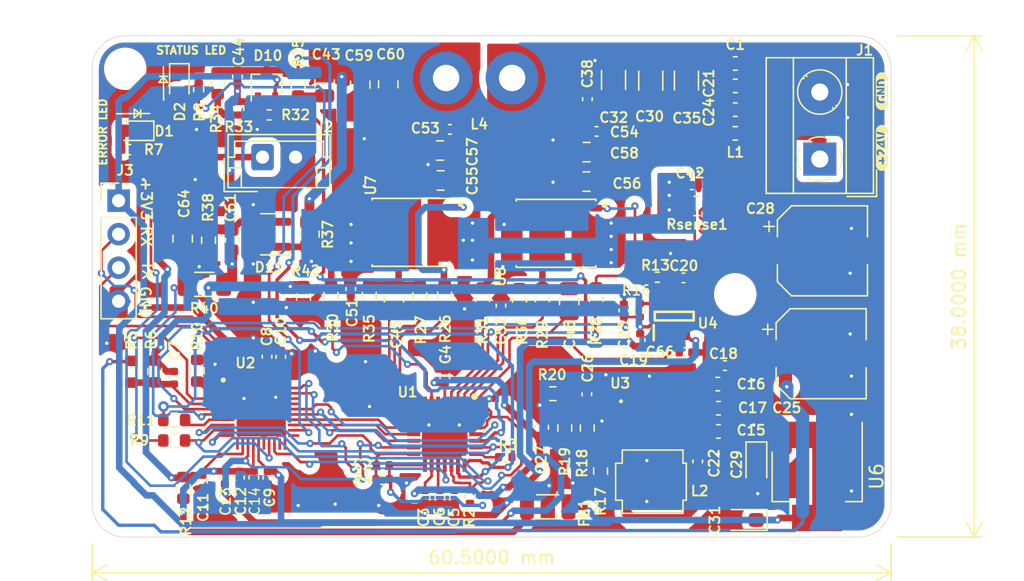
<source format=kicad_pcb>
(kicad_pcb (version 20211014) (generator pcbnew)
  (title_block (title "Qi charger TX") (date "2021-12-02") (rev "Rev 2") (comment 1 "Designed by: Robert M M"))
  (layers (0 "F.Cu" signal) (31 "B.Cu" signal) (34 "B.Paste" user) (35 "F.Paste" user) (36 "B.SilkS" user "B.Silkscreen") (37 "F.SilkS" user "F.Silkscreen") (38 "B.Mask" user) (39 "F.Mask" user) (44 "Edge.Cuts" user))
  (net 0 "")
  (net 1 "/AC_AMPL")
  (net 2 "Net-(C2-Pad1)")
  (net 3 "/AC_PHASE")
  (net 4 "+5V")
  (net 5 "GND")
  (net 6 "+3V0")
  (net 7 "GNDREF")
  (net 8 "/TS80003_TX_CTRL/DC_VOLTAGE")
  (net 9 "+3V3")
  (net 10 "temp")
  (net 11 "Net-(C12-Pad2)")
  (net 12 "AVDD")
  (net 13 "+24V")
  (net 14 "Net-(C20-Pad1)")
  (net 15 "Net-(C22-Pad1)")
  (net 16 "Net-(C22-Pad2)")
  (net 17 "/DC_CURRENT")
  (net 18 "Net-(C26-Pad1)")
  (net 19 "Net-(C26-Pad2)")
  (net 20 "/H_BRG_PWR")
  (net 21 "Net-(C43-Pad2)")
  (net 22 "/H_BRIDGE_MOSFETS/COIL")
  (net 23 "/H_BRIDGE_MOSFETS/VB2")
  (net 24 "/H_BRIDGE_MOSFETS/VS2")
  (net 25 "/H_BRIDGE_MOSFETS/VS1")
  (net 26 "/H_BRIDGE_MOSFETS/VB1")
  (net 27 "Net-(C51-Pad1)")
  (net 28 "Net-(C52-Pad1)")
  (net 29 "Net-(C61-Pad2)")
  (net 30 "/AC_PEAK")
  (net 31 "Net-(C66-Pad2)")
  (net 32 "Net-(D1-Pad2)")
  (net 33 "Net-(D2-Pad2)")
  (net 35 "Net-(J1-Pad1)")
  (net 41 "Net-(D11-Pad1)")
  (net 43 "/AC_V")
  (net 44 "/TS80003_TX_CTRL/LED_R")
  (net 45 "/TS80003_TX_CTRL/LED_G")
  (net 46 "Net-(R9-Pad2)")
  (net 47 "/AC_GAIN")
  (net 48 "Net-(R10-Pad2)")
  (net 49 "Net-(R11-Pad2)")
  (net 50 "Net-(R16-Pad2)")
  (net 51 "Net-(R17-Pad1)")
  (net 53 "Net-(R26-Pad2)")
  (net 54 "/H_BRIDGE_MOSFETS/HO2")
  (net 55 "Net-(R28-Pad2)")
  (net 56 "/H_BRIDGE_MOSFETS/HO1")
  (net 57 "/H_BRIDGE_MOSFETS/LO2")
  (net 58 "Net-(R30-Pad2)")
  (net 59 "/H_BRIDGE_MOSFETS/LO1")
  (net 60 "Net-(R31-Pad2)")
  (net 61 "Net-(R32-Pad1)")
  (net 63 "/PWM1_L")
  (net 64 "/PWM1_H")
  (net 65 "/PWM2_L")
  (net 66 "/PWM2_H")
  (net 67 "/SYNC1")
  (net 68 "/V_SENSE")
  (net 69 "/SYNC2")
  (net 70 "/DRV_EN")
  (net 72 "Net-(C45-Pad2)")
  (net 73 "Net-(C46-Pad2)")
  (net 75 "Net-(J3-Pad2)")
  (net 76 "Net-(J3-Pad3)")
  (net 77 "Net-(R3-Pad1)")
  (footprint "Capacitor_SMD:C_0402_1005Metric" (layer "F.Cu") (at 64.895 144.76 90)
    (fp_text reference "C19")
    (fp_text value "10nF_10V")
  )
  (footprint "Capacitor_SMD:C_0402_1005Metric" (layer "F.Cu") (at 63.665 142.52 90)
    (fp_text reference "C23")
    (fp_text value "100nF")
  )
  (footprint "Capacitor_SMD:C_0603_1608Metric" (layer "F.Cu") (at 57.44 151.375 90)
    (fp_text reference "C27")
    (fp_text value "47uF_3.70mOHM")
  )
  (footprint "Capacitor_Tantalum_SMD:CP_EIA-2012-12_Kemet-R" (layer "F.Cu") (at 73.7 154.2 -90)
    (fp_text reference "C29")
    (fp_text value "10uF")
  )
  (footprint "Capacitor_Tantalum_SMD:CP_EIA-2012-12_Kemet-R" (layer "F.Cu") (at 72.8 158.4 180)
    (fp_text reference "C31")
    (fp_text value "10uF")
  )
  (footprint "Capacitor_SMD:C_0402_1005Metric" (layer "F.Cu") (at 60.9 126.5 90)
    (fp_text reference "C38")
    (fp_text value "100nF_50V")
  )
  (footprint "Capacitor_SMD:C_0402_1005Metric" (layer "F.Cu") (at 68.82 133)
    (fp_text reference "C42")
    (fp_text value "100nF>50V")
  )
  (footprint "Package_TO_SOT_SMD:SOT-323_SC-70" (layer "F.Cu") (at 36.605 125.35 90)
    (fp_text reference "D10")
    (fp_text value "BAT54SW_SERIES")
  )
  (footprint "Package_TO_SOT_SMD:SOT-23" (layer "F.Cu") (at 36.8 136.748 180)
    (fp_text reference "D11")
    (fp_text value "MMBD7000HS")
  )
  (footprint "Inductor_SMD:L_1206_3216Metric" (layer "F.Cu") (at 57.9 157.4 180)
    (fp_text reference "FB1")
    (fp_text value "MLB3216-600P4A(f)_1206")
  )
  (footprint "Resistor_SMD:R_0402_1005Metric" (layer "F.Cu") (at 26.155 130.33 180)
    (fp_text reference "R7")
    (fp_text value "150")
  )
  (footprint "Resistor_SMD:R_0402_1005Metric" (layer "F.Cu") (at 31.464 125.792 90)
    (fp_text reference "R8")
    (fp_text value "150")
  )
  (footprint "Resistor_SMD:R_0603_1608Metric" (layer "F.Cu") (at 61.9 154.7 -90)
    (fp_text reference "R17")
    (fp_text value "100K_1%")
  )
  (footprint "Resistor_SMD:R_0603_1608Metric" (layer "F.Cu") (at 60.89 151.425 -90)
    (fp_text reference "R18")
    (fp_text value "20K")
  )
  (footprint "Resistor_SMD:R_0603_1608Metric" (layer "F.Cu") (at 59.19 151.425 -90)
    (fp_text reference "R19")
    (fp_text value "73.2K")
  )
  (footprint "Resistor_SMD:R_0603_1608Metric" (layer "F.Cu") (at 58.285 148.83)
    (fp_text reference "R20")
    (fp_text value "10K")
  )
  (footprint "Resistor_SMD:R_0805_2012Metric" (layer "F.Cu") (at 39.85 136.74 -90)
    (fp_text reference "R37")
    (fp_text value "7.5K")
  )
  (footprint "Resistor_SMD:R_0603_1608Metric" (layer "F.Cu") (at 32.21 137.2 -90)
    (fp_text reference "R38")
    (fp_text value "100K_1%")
  )
  (footprint "Resistor_SMD:R_1206_3216Metric" (layer "F.Cu") (at 31.8875 140.54 180)
    (fp_text reference "R40")
    (fp_text value "1.5K")
  )
  (footprint "greencharge-footprints:QFN40P500X500X90-41N-D" (layer "F.Cu") (at 36.2 150.2)
    (fp_text reference "U2")
    (fp_text value "TS80003" hide)
  )
  (footprint "greencharge-footprints:SOT65P280X145-8N" (layer "F.Cu") (at 67.475 142.95 90)
    (fp_text reference "U4")
    (fp_text value "TS94033" hide)
  )
  (footprint "greencharge-footprints:coil_760308102144" (layer "F.Cu") (at 55.2 124.9 180)
    (fp_text reference "L4")
    (fp_text value "COIL")
  )
  (footprint "Package_TO_SOT_SMD:SOT-223-3_TabPin2" (layer "F.Cu") (at 78.3 155.1 -90)
    (fp_text reference "U6")
    (fp_text value "AMS1117-3.3")
  )
  (footprint "Capacitor_SMD:CP_Elec_6.3x7.7" (layer "F.Cu") (at 78.6 145.8)
    (fp_text reference "C25")
    (fp_text value "100uF")
  )
  (footprint "Resistor_SMD:R_0603_1608Metric" (layer "F.Cu") (at 50.091875 141.365 90)
    (fp_text reference "R26")
    (fp_text value "0Ohm")
  )
  (footprint "Resistor_SMD:R_0603_1608Metric" (layer "F.Cu") (at 48.201875 141.42 -90)
    (fp_text reference "R27")
    (fp_text value "1 ohm")
  )
  (footprint "Resistor_SMD:R_0603_1608Metric" (layer "F.Cu") (at 61.565 141.6 90)
    (fp_text reference "R28")
    (fp_text value "0Ohm")
  )
  (footprint "Resistor_SMD:R_0603_1608Metric" (layer "F.Cu") (at 57.495 141.6175 -90)
    (fp_text reference "R29")
    (fp_text value "1 ohm")
  )
  (footprint "Resistor_SMD:R_0603_1608Metric" (layer "F.Cu") (at 52.965 141.6 90)
    (fp_text reference "R31")
    (fp_text value "0Ohm")
  )
  (footprint "Resistor_SMD:R_0603_1608Metric" (layer "F.Cu") (at 44.381875 141.3975 -90)
    (fp_text reference "R35")
    (fp_text value "2 ohm")
  )
  (footprint "Resistor_SMD:R_0603_1608Metric" (layer "F.Cu") (at 55.755 141.65 -90)
    (fp_text reference "R36")
    (fp_text value "2 ohm")
  )
  (footprint "greencharge-footprints:TPS56637RPAR" (layer "F.Cu") (at 65.9 150.1)
    (fp_text reference "U3")
    (fp_text value "TPS56637RPAR" hide)
  )
  (footprint "Capacitor_SMD:C_0402_1005Metric" (layer "F.Cu") (at 29.592 147.623 90)
    (fp_text reference "C7")
    (fp_text value "4.7uF")
  )
  (footprint "Capacitor_SMD:C_0402_1005Metric" (layer "F.Cu") (at 36.64 146.025 90)
    (fp_text reference "C8")
    (fp_text value "4.7uF")
  )
  (footprint "Capacitor_SMD:C_0402_1005Metric" (layer "F.Cu") (at 36.7 155.2 -90)
    (fp_text reference "C9")
    (fp_text value "100nF")
  )
  (footprint "Capacitor_SMD:C_0402_1005Metric" (layer "F.Cu") (at 37.68 146.035 90)
    (fp_text reference "C10")
    (fp_text value "100nF")
  )
  (footprint "Capacitor_SMD:C_0402_1005Metric" (layer "F.Cu") (at 31.75 155.486 -90)
    (fp_text reference "C11")
    (fp_text value "100nF")
  )
  (footprint "Capacitor_SMD:C_0402_1005Metric" (layer "F.Cu") (at 34.55 155.186 -90)
    (fp_text reference "C12")
    (fp_text value "4.7uF")
  )
  (footprint "Capacitor_SMD:C_0402_1005Metric" (layer "F.Cu") (at 33.45 155.186 -90)
    (fp_text reference "C13")
    (fp_text value "100nF")
  )
  (footprint "Capacitor_SMD:C_0402_1005Metric" (layer "F.Cu") (at 35.64 155.191 -90)
    (fp_text reference "C14")
    (fp_text value "100nF")
  )
  (footprint "Capacitor_SMD:C_0402_1005Metric" (layer "F.Cu") (at 71.32 146.7)
    (fp_text reference "C18")
    (fp_text value "100nF_20mOHM")
  )
  (footprint "Capacitor_SMD:C_0402_1005Metric" (layer "F.Cu") (at 68.175 140.05)
    (fp_text reference "C20")
    (fp_text value "1uF")
  )
  (footprint "Capacitor_SMD:C_0402_1005Metric" (layer "F.Cu") (at 69.2556 153.96 -90)
    (fp_text reference "C22")
    (fp_text value "100nF_1mOHM")
  )
  (footprint "Capacitor_SMD:C_0402_1005Metric" (layer "F.Cu") (at 60.86 148.875 90)
    (fp_text reference "C26")
    (fp_text value "100pF")
  )
  (footprint "Capacitor_SMD:C_0805_2012Metric" (layer "F.Cu") (at 41 125.3 -90)
    (fp_text reference "C43")
    (fp_text value "4.7nF_150V")
  )
  (footprint "Capacitor_SMD:C_0805_2012Metric" (layer "F.Cu") (at 46.251875 141.6075 90)
    (fp_text reference "C45")
    (fp_text value "47nF_250V")
  )
  (footprint "Capacitor_SMD:C_0805_2012Metric" (layer "F.Cu") (at 59.525 141.8175 90)
    (fp_text reference "C46")
    (fp_text value "47nF_250V")
  )
  (footprint "Capacitor_SMD:C_0402_1005Metric" (layer "F.Cu") (at 42.981875 140.8975 90)
    (fp_text reference "C51")
    (fp_text value "2.7nF")
  )
  (footprint "Capacitor_SMD:C_0402_1005Metric" (layer "F.Cu") (at 54.355 142.15 90)
    (fp_text reference "C52")
    (fp_text value "2.7nF")
  )
  (footprint "Capacitor_SMD:C_0402_1005Metric" (layer "F.Cu") (at 50.481875 128.7975 180)
    (fp_text reference "C53")
    (fp_text value "100nF_50V")
  )
  (footprint "Capacitor_SMD:C_0402_1005Metric" (layer "F.Cu") (at 61.595 128.95 180)
    (fp_text reference "C54")
    (fp_text value "100nF_50V")
  )
  (footprint "Capacitor_SMD:C_0805_2012Metric" (layer "F.Cu") (at 49.786875 132.6675 180)
    (fp_text reference "C55")
    (fp_text value "22uF_35V")
  )
  (footprint "Capacitor_SMD:C_0805_2012Metric" (layer "F.Cu") (at 60.8325 132.75 180)
    (fp_text reference "C56")
    (fp_text value "22uF_35V")
  )
  (footprint "Capacitor_SMD:C_0805_2012Metric" (layer "F.Cu") (at 49.744375 130.3975 180)
    (fp_text reference "C57")
    (fp_text value "22uF_35V")
  )
  (footprint "Capacitor_SMD:C_0805_2012Metric" (layer "F.Cu") (at 60.8425 130.52 180)
    (fp_text reference "C58")
    (fp_text value "22uF_35V")
  )
  (footprint "Capacitor_SMD:C_0805_2012Metric" (layer "F.Cu") (at 43.7 125.4 -90)
    (fp_text reference "C59")
    (fp_text value "47nF_250V")
  )
  (footprint "Capacitor_SMD:C_0805_2012Metric" (layer "F.Cu") (at 45.82 125.385 -90)
    (fp_text reference "C60")
    (fp_text value "47nF_250V")
  )
  (footprint "Capacitor_SMD:C_0603_1608Metric" (layer "F.Cu") (at 34 137.1875 90)
    (fp_text reference "C61")
    (fp_text value "1nF_150V")
  )
  (footprint "Capacitor_SMD:C_0805_2012Metric" (layer "F.Cu") (at 30.25 137.08 -90)
    (fp_text reference "C64")
    (fp_text value "100nF_150V")
  )
  (footprint "Capacitor_SMD:C_0402_1005Metric" (layer "F.Cu") (at 68.335 145.7 180)
    (fp_text reference "C66")
    (fp_text value "10nF")
  )
  (footprint "LED_SMD:LED_0603_1608Metric" (layer "F.Cu") (at 26.5875 128.9 180)
    (fp_text reference "D1")
    (fp_text value "LED_RED")
  )
  (footprint "LED_SMD:LED_0603_1608Metric" (layer "F.Cu") (at 30 125.3 -90)
    (fp_text reference "D2")
    (fp_text value "LED_GREEN")
  )
  (footprint "Resistor_SMD:R_0603_1608Metric" (layer "F.Cu") (at 29.6075 152.376 180)
    (fp_text reference "R9")
    (fp_text value "0Ohm")
  )
  (footprint "Resistor_SMD:R_0603_1608Metric" (layer "F.Cu") (at 31.35 147.086 -90)
    (fp_text reference "R10")
    (fp_text value "47K")
  )
  (footprint "Resistor_SMD:R_0603_1608Metric" (layer "F.Cu") (at 29.61 150.826)
    (fp_text reference "R11")
    (fp_text value "100K")
  )
  (footprint "Resistor_SMD:R_0603_1608Metric" (layer "F.Cu") (at 30.3 155.9685 90)
    (fp_text reference "R12")
    (fp_text value "10K")
  )
  (footprint "Resistor_SMD:R_0603_1608Metric" (layer "F.Cu") (at 39.4 141.5 -90)
    (fp_text reference "R42")
    (fp_text value "0Ohm")
  )
  (footprint "greencharge-footprints:BSC0993ND" (layer "F.Cu") (at 57.565 137.5 -90)
    (fp_text reference "U8")
    (fp_text value "BSC0993ND")
  )
  (footprint "greencharge-footprints:BSC0993ND" (layer "F.Cu") (at 46.646875 137.425 -90)
    (fp_text reference "U7")
    (fp_text value "BSC0993ND")
  )
  (footprint "Capacitor_SMD:C_0603_1608Metric" (layer "F.Cu") (at 70.82 151.69)
    (fp_text reference "C15")
    (fp_text value "4.7uF")
  )
  (footprint "Capacitor_SMD:C_0603_1608Metric" (layer "F.Cu") (at 70.775 148.1)
    (fp_text reference "C16")
    (fp_text value "4.7uF")
  )
  (footprint "Capacitor_SMD:C_0603_1608Metric" (layer "F.Cu") (at 70.825 149.93)
    (fp_text reference "C17")
    (fp_text value "4.7uF")
  )
  (footprint "Capacitor_SMD:C_1206_3216Metric" (layer "F.Cu") (at 65.7 125.1 90)
    (fp_text reference "C30")
    (fp_text value "22uF_35V")
  )
  (footprint "Capacitor_SMD:C_1206_3216Metric" (layer "F.Cu") (at 62.88 125.05 90)
    (fp_text reference "C32")
    (fp_text value "22uF_35V")
  )
  (footprint "Capacitor_SMD:C_1206_3216Metric" (layer "F.Cu") (at 68.4 125.1 90)
    (fp_text reference "C35")
    (fp_text value "22uF_35V")
  )
  (footprint "Capacitor_SMD:C_0402_1005Metric" (layer "F.Cu") (at 34.4 124.8 90)
    (fp_text reference "C44")
    (fp_text value "33pF")
  )
  (footprint "Connector_JST:JST_EH_B2B-EH-A_1x02_P2.50mm_Vertical" (layer "F.Cu") (at 36.3 130.9)
    (fp_text reference "J2")
    (fp_text value "THERMISTER_TEMP_IN")
  )
  (footprint "Connector_PinHeader_2.54mm:PinHeader_1x04_P2.54mm_Vertical" (layer "F.Cu") (at 25.4 134.2)
    (fp_text reference "J3")
    (fp_text value "UART_SERIAL_CONN")
  )
  (footprint "Resistor_SMD:R_0603_1608Metric" (layer "F.Cu") (at 26.36 147.165 90)
    (fp_text reference "R5")
    (fp_text value "100K")
  )
  (footprint "Resistor_SMD:R_0603_1608Metric" (layer "F.Cu") (at 28.138 147.142 -90)
    (fp_text reference "R6")
    (fp_text value "11.5K")
  )
  (footprint "Resistor_SMD:R_0402_1005Metric" (layer "F.Cu") (at 66.2 140)
    (fp_text reference "R13")
    (fp_text value "10R")
  )
  (footprint "Resistor_SMD:R_0402_1005Metric" (layer "F.Cu") (at 64.865 142.51 90)
    (fp_text reference "R16")
    (fp_text value "1.37K")
  )
  (footprint "Resistor_SMD:R_0603_1608Metric" (layer "F.Cu") (at 39 125.4 90)
    (fp_text reference "R25")
    (fp_text value "200K")
  )
  (footprint "Resistor_SMD:R_0402_1005Metric" (layer "F.Cu") (at 36.8 127.7)
    (fp_text reference "R32")
    (fp_text value "7.5K")
  )
  (footprint "Resistor_SMD:R_0402_1005Metric" (layer "F.Cu") (at 34.5 127.2 -90)
    (fp_text reference "R33")
    (fp_text value "7.5K")
  )
  (footprint "Resistor_SMD:R_0603_1608Metric" (layer "F.Cu") (at 32.9 125.3 -90)
    (fp_text reference "R34")
    (fp_text value "0Ohm")
  )
  (footprint "Resistor_SMD:R_0805_2012Metric" (layer "F.Cu") (at 69.2 134.6 180)
    (fp_text reference "Rsense1")
    (fp_text value "0.01R_1%")
  )
  (footprint "greencharge-footprints:MWSA0402-xxx" (layer "F.Cu") (at 67.5403 155.5 180)
    (fp_text reference "L2")
    (fp_text value "MWSA0402S-3R3MT")
  )
  (footprint "greencharge-footprints:QFN50P500X500X100-29N" (layer "F.Cu") (at 50.1 151.9 -90)
    (fp_text reference "U1")
    (fp_text value "TS61002" hide)
  )
  (footprint "Resistor_SMD:R_0402_1005Metric" (layer "F.Cu") (at 45.395 155.32 180)
    (fp_text reference "R4")
    (fp_text value "100K")
  )
  (footprint "Resistor_SMD:R_0402_1005Metric" (layer "F.Cu") (at 52.01 156.625 -90)
    (fp_text reference "R2")
    (fp_text value "7.5K")
  )
  (footprint "Resistor_SMD:R_0402_1005Metric" (layer "F.Cu") (at 54.68 153.64)
    (fp_text reference "R3")
    (fp_text value "100K")
  )
  (footprint "Capacitor_SMD:C_0402_1005Metric" (layer "F.Cu") (at 49.73 156.635 -90)
    (fp_text reference "C6")
    (fp_text value "10nF")
  )
  (footprint "Capacitor_SMD:C_0402_1005Metric" (layer "F.Cu") (at 45.41 154.24 180)
    (fp_text reference "C2")
    (fp_text value "47pF")
  )
  (footprint "Capacitor_SMD:C_0402_1005Metric" (layer "F.Cu") (at 48.61 156.64 -90)
    (fp_text reference "C3")
    (fp_text value "10nF")
  )
  (footprint "Capacitor_SMD:C_0402_1005Metric" (layer "F.Cu") (at 50.84 156.635 -90)
    (fp_text reference "C5")
    (fp_text value "4.7uF")
  )
  (footprint "Capacitor_SMD:C_0402_1005Metric" (layer "F.Cu") (at 50.1 147.565 90)
    (fp_text reference "C4")
    (fp_text value "100nF")
  )
  (footprint "Resistor_SMD:R_0603_1608Metric" (layer "F.Cu") (at 41.481875 141.3975 90)
    (fp_text reference "R30")
    (fp_text value "0Ohm")
  )
  (footprint "kibuzzard-628BC247" (layer "F.Cu") (at 83.2 130.2 90)
    (fp_text reference "kibuzzard-628BC247" hide)
    (fp_text value "G***" hide)
  )
  (footprint "Capacitor_SMD:C_0603_1608Metric" (layer "F.Cu") (at 72.1 127.3)
    (fp_text reference "C24")
    (fp_text value "10nF")
  )
  (footprint "Capacitor_SMD:C_0603_1608Metric" (layer "F.Cu") (at 72.1 123.8)
    (fp_text reference "C1")
    (fp_text value "100nF")
  )
  (footprint "MountingHole:MountingHole_2.2mm_M2" (layer "F.Cu") (at 25.9 124.2)
    (fp_text reference "REF**")
    (fp_text value "MountingHole_2.2mm_M2")
  )
  (footprint "Capacitor_SMD:CP_Elec_6.3x7.7" (layer "F.Cu") (at 78.7 138)
    (fp_text reference "C28")
    (fp_text value "100uF")
  )
  (footprint "MountingHole:MountingHole_2.2mm_M2" (layer "F.Cu") (at 25.9 157.2)
    (fp_text reference "REF**")
    (fp_text value "MountingHole_2.2mm_M2")
  )
  (footprint "kibuzzard-628BC257" (layer "F.Cu") (at 83.2 125.9 90)
    (fp_text reference "kibuzzard-628BC257" hide)
    (fp_text value "G***" hide)
  )
  (footprint "Capacitor_SMD:C_0603_1608Metric" (layer "F.Cu") (at 72.1 125.5)
    (fp_text reference "C21")
    (fp_text value "100nF")
  )
  (footprint "MountingHole:MountingHole_2.2mm_M2" (layer "F.Cu") (at 72.1 141.3)
    (fp_text reference "REF**")
    (fp_text value "MountingHole_2.2mm_M2")
  )
  (footprint "TerminalBlock_MetzConnect:TerminalBlock_MetzConnect_Type101_RT01602HBWC_1x02_P5.08mm_Horizontal" (layer "F.Cu") (at 78.5 131.045 90)
    (fp_text reference "J1")
    (fp_text value "Screw_Terminal_01x02")
  )
  (footprint "Inductor_SMD:L_0603_1608Metric" (layer "F.Cu") (at 72.1 129.1 180)
    (fp_text reference "L1")
    (fp_text value "BLM18SN220TH1D ")
  )
  (gr_line (start 26.58 127.92) (end 26.59 127.25) (layer "F.SilkS") (width 0.12))
  (gr_line (start 29.12 125.24) (end 28.45 125.23) (layer "F.SilkS") (width 0.12))
  (gr_line (start 28.79 124.82) (end 29.12 125.24) (layer "F.SilkS") (width 0.12))
  (gr_line (start 28.79 124.82) (end 28.45 125.23) (layer "F.SilkS") (width 0.12))
  (gr_line (start 28.51 124.78) (end 29.09 124.78) (layer "F.SilkS") (width 0.12))
  (gr_line (start 28.79 124.06) (end 28.81 126.58) (layer "F.SilkS") (width 0.12))
  (gr_line (start 27 127.59) (end 26.59 127.25) (layer "F.SilkS") (width 0.12))
  (gr_line (start 27.0725 127.31) (end 27.0725 127.89) (layer "F.SilkS") (width 0.12))
  (gr_line (start 27.76 127.59) (end 25.24 127.61) (layer "F.SilkS") (width 0.12))
  (gr_line (start 27 127.59) (end 26.58 127.92) (layer "F.SilkS") (width 0.12))
  (gr_line (start 83.9 157.2) (end 83.9 124.2) (layer "Edge.Cuts") (width 0.05))
  (gr_arc (start 25.9 159.7) (mid 24.132233 158.967767) (end 23.4 157.2) (layer "Edge.Cuts") (width 0.05))
  (gr_line (start 81.4 159.7) (end 25.9 159.7) (layer "Edge.Cuts") (width 0.05))
  (gr_arc (start 81.4 121.7) (mid 83.167767 122.432233) (end 83.9 124.2) (layer "Edge.Cuts") (width 0.05))
  (gr_line (start 25.9 121.7) (end 81.4 121.7) (layer "Edge.Cuts") (width 0.05))
  (gr_line (start 23.4 157.2) (end 23.4 124.267767) (layer "Edge.Cuts") (width 0.05))
  (gr_arc (start 23.4 124.2) (mid 24.132233 122.432233) (end 25.9 121.7) (layer "Edge.Cuts") (width 0.05))
  (gr_line (start 23.4 124.267767) (end 23.4 124.2) (layer "Edge.Cuts") (width 0.05))
  (gr_arc (start 83.9 157.2) (mid 83.167767 158.967767) (end 81.4 159.7) (layer "Edge.Cuts") (width 0.05))
  (gr_text "+3V3" (at 27.5 134.1 270) (layer "F.SilkS") (effects (font (size 0.8 0.8))))
  (gr_text "STATUS LED" (at 30.9 122.8) (layer "F.SilkS") (effects (font (size 0.6 0.6))))
  (gr_text "ERROR LED" (at 24.2 129 90) (layer "F.SilkS") (effects (font (size 0.6 0.6))))
  (gr_text "TX" (at 27.6 139.5 270) (layer "F.SilkS") (effects (font (size 0.8 0.8))))
  (gr_text "RX" (at 27.5 136.9 270) (layer "F.SilkS") (effects (font (size 0.8 0.8))))
  (gr_text "GND" (at 27.4 141.9 270) (layer "F.SilkS") (effects (font (size 0.8 0.8))))
  (dimension (type aligned) (layer "F.SilkS") (pts (xy 23.4 159.7) (xy 83.9 159.7)) (height 2.699999) (gr_text "60.5000 mm" (at 53.65 161.249999) (layer "F.SilkS") (effects (font (size 1 1) (thickness 0.15)))) (format (units 3) (units_format 1) (precision 4)) (style (thickness 0.12) (arrow_length 1.27) (text_position_mode 0) (extension_height 0.58642) (extension_offset 0.5) keep_text_aligned))
  (dimension (type aligned) (layer "F.SilkS") (pts (xy 83.9 159.7) (xy 83.9 121.7)) (height 6.3) (gr_text "38.0000 mm" (at 89.05 140.7 90) (layer "F.SilkS") (effects (font (size 1 1) (thickness 0.15)))) (format (units 3) (units_format 1) (precision 4)) (style (thickness 0.12) (arrow_length 1.27) (text_position_mode 0) (extension_height 0.58642) (extension_offset 0.5) keep_text_aligned))
  (segment (start 54.968985 152.868985) (end 55.3 153.2) (width 0.2) (layer "F.Cu") (net 1))
  (segment (start 55.3 153.53) (end 55.19 153.64) (width 0.2) (layer "F.Cu") (net 1))
  (segment (start 53.764212 152.868985) (end 54.968985 152.868985) (width 0.2) (layer "F.Cu") (net 1))
  (segment (start 53.764212 152.868985) (end 53.733197 152.9) (width 0.2) (layer "F.Cu") (net 1))
  (segment (start 33.012466 152) (end 32.506233 152.506233) (width 0.2) (layer "F.Cu") (net 1))
  (segment (start 55.3 153.2) (end 55.3 153.53) (width 0.2) (layer "F.Cu") (net 1))
  (segment (start 53.733197 152.9) (end 52.45 152.9) (width 0.2) (layer "F.Cu") (net 1))
  (segment (start 33.75 152) (end 33.012466 152) (width 0.2) (layer "F.Cu") (net 1))
  (via (at 32.506233 152.506233) (size 0.55) (drill 0.25) (layers "F.Cu" "B.Cu") (net 1))
  (via (at 53.764212 152.868985) (size 0.55) (drill 0.25) (layers "F.Cu" "B.Cu") (net 1))
  (segment (start 39.034994 153.2) (end 37.634994 151.8) (width 0.2) (layer "B.Cu") (net 1))
  (segment (start 44.699984 153.2) (end 39.034994 153.2) (width 0.2) (layer "B.Cu") (net 1))
  (segment (start 32.506233 152.393767) (end 32.506233 152.506233) (width 0.2) (layer "B.Cu") (net 1))
  (segment (start 33.1 151.8) (end 32.506233 152.393767) (width 0.2) (layer "B.Cu") (net 1))
  (segment (start 53.764212 152.868985) (end 53.314919 153.318278) (width 0.2) (layer "B.Cu") (net 1))
  (segment (start 37.634994 151.8) (end 33.1 151.8) (width 0.2) (layer "B.Cu") (net 1))
  (segment (start 44.818262 153.318278) (end 44.699984 153.2) (width 0.2) (layer "B.Cu") (net 1))
  (segment (start 53.314919 153.318278) (end 44.818262 153.318278) (width 0.2) (layer "B.Cu") (net 1))
  (segment (start 46 156.3) (end 46 155.415) (width 0.254) (layer "F.Cu") (net 2))
  (segment (start 45.905 154.255) (end 45.89 154.24) (width 0.2) (layer "F.Cu") (net 2))
  (segment (start 46 155.415) (end 45.905 155.32) (width 0.254) (layer "F.Cu") (net 2))
  (segment (start 45.89 154.24) (end 48.59 154.24) (width 0.2) (layer "F.Cu") (net 2))
  (segment (start 45.905 155.32) (end 45.905 154.255) (width 0.2) (layer "F.Cu") (net 2))
  (segment (start 48.59 154.24) (end 48.6 154.25) (width 0.2) (layer "F.Cu") (net 2))
  (segment (start 52.95958 157.294893) (end 52.169893 157.294893) (width 0.254) (layer "F.Cu") (net 2))
  (segment (start 52.169893 157.294893) (end 52.01 157.135) (width 0.254) (layer "F.Cu") (net 2))
  (via (at 52.95958 157.294893) (size 0.55) (drill 0.25) (layers "F.Cu" "B.Cu") (net 2))
  (via (at 46 156.3) (size 0.55) (drill 0.25) (layers "F.Cu" "B.Cu") (net 2))
  (segment (start 46.801511 157.001511) (end 46.1 156.3) (width 0.254) (layer "B.Cu") (net 2))
  (segment (start 50.90754 156.7) (end 48.5 156.7) (width 0.254) (layer "B.Cu") (net 2))
  (segment (start 48.5 156.7) (end 48.198489 157.001511) (width 0.254) (layer "B.Cu") (net 2))
  (segment (start 48.198489 157.001511) (end 46.801511 157.001511) (width 0.254) (layer "B.Cu") (net 2))
  (segment (start 46.1 156.3) (end 46 156.3) (width 0.254) (layer "B.Cu") (net 2))
  (segment (start 52.95958 157.294893) (end 51.502433 157.294893) (width 0.254) (layer "B.Cu") (net 2))
  (segment (start 51.502433 157.294893) (end 50.90754 156.7) (width 0.254) (layer "B.Cu") (net 2))
  (segment (start 33.75 151.2) (end 32.5 151.2) (width 0.2) (layer "F.Cu") (net 3))
  (segment (start 44.885 154.285) (end 44.93 154.24) (width 0.2) (layer "F.Cu") (net 3))
  (segment (start 45.5 153.4) (end 47.75 153.4) (width 0.2) (layer "F.Cu") (net 3))
  (segment (start 41.386982 152.6) (end 41.987942 151.99904) (width 0.2) (layer "F.Cu") (net 3))
  (segment (start 44.899984 153.4) (end 45.5 153.4) (width 0.2) (layer "F.Cu") (net 3))
  (segment (start 32.434994 151.2) (end 32.267497 151.367497) (width 0.2) (layer "F.Cu") (net 3))
  (segment (start 32.5 151.2) (end 32.434994 151.2) (width 0.2) (layer "F.Cu") (net 3))
  (segment (start 39.9 152.6) (end 41.386982 152.6) (width 0.2) (layer "F.Cu") (net 3))
  (segment (start 44.481722 152.581722) (end 44.481722 152.981738) (width 0.2) (layer "F.Cu") (net 3))
  (segment (start 45.2 153.4) (end 45.5 153.4) (width 0.2) (layer "F.Cu") (net 3))
  (segment (start 44.885 155.32) (end 44.885 154.285) (width 0.2) (layer "F.Cu") (net 3))
  (segment (start 44.481722 152.981738) (end 44.899984 153.4) (width 0.2) (layer "F.Cu") (net 3))
  (segment (start 41.987942 151.99904) (end 43.89904 151.99904) (width 0.2) (layer "F.Cu") (net 3))
  (segment (start 44.93 153.67) (end 45.2 153.4) (width 0.2) (layer "F.Cu") (net 3))
  (segment (start 43.89904 151.99904) (end 44.481722 152.581722) (width 0.2) (layer "F.Cu") (net 3))
  (segment (start 31.860494 151.7745) (end 31.5 151.7745) (width 0.2) (layer "F.Cu") (net 3))
  (segment (start 44.93 154.24) (end 44.93 153.67) (width 0.2) (layer "F.Cu") (net 3))
  (segment (start 32.267497 151.367497) (end 31.860494 151.7745) (width 0.2) (layer "F.Cu") (net 3))
  (via (at 31.5 151.7745) (size 0.55) (drill 0.25) (layers "F.Cu" "B.Cu") (net 3))
  (via (at 39.9 152.6) (size 0.55) (drill 0.25) (layers "F.Cu" "B.Cu") (net 3))
  (segment (start 32.0255 151.7745) (end 32.4 151.4) (width 0.2) (layer "B.Cu") (net 3))
  (segment (start 32.4 151.4) (end 37.8 151.4) (width 0.2) (layer "B.Cu") (net 3))
  (segment (start 31.5 151.7745) (end 32.0255 151.7745) (width 0.2) (layer "B.Cu") (net 3))
  (segment (start 37.8 151.4) (end 38.3 151.9) (width 0.2) (layer "B.Cu") (net 3))
  (segment (start 38.3 151.9) (end 39 152.6) (width 0.2) (layer "B.Cu") (net 3))
  (segment (start 39 152.6) (end 39.9 152.6) (width 0.2) (layer "B.Cu") (net 3))
  (segment (start 48.61 155.59) (end 48.61 156.16) (width 0.2) (layer "F.Cu") (net 4))
  (segment (start 60.89 152.25) (end 57.54 152.25) (width 0.5) (layer "F.Cu") (net 4))
  (segment (start 57.077138 153.8) (end 57.3 153.8) (width 0.5) (layer "F.Cu") (net 4))
  (segment (start 60.925 155.525) (end 60.1 154.7) (width 0.5) (layer "F.Cu") (net 4))
  (segment (start 57.54 152.25) (end 57.44 152.15) (width 0.5) (layer "F.Cu") (net 4))
  (segment (start 54.7 149.7) (end 57.15 152.15) (width 0.5) (layer "F.Cu") (net 4))
  (segment (start 48.04 156.16) (end 47.8 156.4) (width 0.5) (layer "F.Cu") (net 4))
  (segment (start 57.15 152.15) (end 57.44 152.15) (width 0.5) (layer "F.Cu") (net 4))
  (segment (start 49.1 155.1) (end 48.61 155.59) (width 0.2) (layer "F.Cu") (net 4))
  (segment (start 60.1 152.5) (end 59.85 152.25) (width 0.5) (layer "F.Cu") (net 4))
  (segment (start 73.7 153.3125) (end 75.7875 153.3125) (width 0.75) (layer "F.Cu") (net 4))
  (segment (start 63.8403 157.8403) (end 64.2 158.2) (width 0.75) (layer "F.Cu") (net 4))
  (segment (start 54.62198 149.7) (end 54.7 149.7) (width 0.5) (layer "F.Cu") (net 4))
  (segment (start 61.9 155.525) (end 60.925 155.525) (width 0.5) (layer "F.Cu") (net 4))
  (segment (start 64.2 158.2) (end 68.2 158.2) (width 0.75) (layer "F.Cu") (net 4))
  (segment (start 61.925 155.5) (end 61.9 155.525) (width 0.5) (layer "F.Cu") (net 4))
  (segment (start 63.8403 155.5) (end 63.8403 157.8403) (width 0.75) (layer "F.Cu") (net 4))
  (segment (start 48.61 156.16) (end 48.04 156.16) (width 0.5) (layer "F.Cu") (net 4))
  (segment (start 50.055 148) (end 50.1 148.045) (width 0.5) (layer "F.Cu") (net 4))
  (segment (start 50.1 149.55) (end 50.1 148.045) (width 0.2) (layer "F.Cu") (net 4))
  (segment (start 49.3 148) (end 50.055 148) (width 0.5) (layer "F.Cu") (net 4))
  (segment (start 60.1 154.7) (end 60.1 152.5) (width 0.5) (layer "F.Cu") (net 4))
  (segment (start 59.85 152.25) (end 59.19 152.25) (width 0.5) (layer "F.Cu") (net 4))
  (segment (start 54.95842 155.918718) (end 57.077138 153.8) (width 0.5) (layer "F.Cu") (net 4))
  (segment (start 75.7875 153.3125) (end 76 153.1) (width 0.75) (layer "F.Cu") (net 4))
  (segment (start 76 153.1) (end 76 151.95) (width 0.75) (layer "F.Cu") (net 4))
  (segment (start 57.3 153.8) (end 57.3 152.29) (width 0.5) (layer "F.Cu") (net 4))
  (segment (start 73.0875 153.3125) (end 73.7 153.3125) (width 0.75) (layer "F.Cu") (net 4))
  (segment (start 63.8403 155.5) (end 61.925 155.5) (width 0.5) (layer "F.Cu") (net 4))
  (segment (start 54.518718 155.918718) (end 54.95842 155.918718) (width 0.5) (layer "F.Cu") (net 4))
  (segment (start 57.3 152.29) (end 57.44 152.15) (width 0.5) (layer "F.Cu") (net 4))
  (segment (start 68.2 158.2) (end 73.0875 153.3125) (width 0.75) (layer "F.Cu") (net 4))
  (segment (start 49.1 154.25) (end 49.1 155.1) (width 0.2) (layer "F.Cu") (net 4))
  (via (at 47.8 156.4) (size 0.55) (drill 0.25) (layers "F.Cu" "B.Cu") (net 4))
  (via (at 54.518718 155.918718) (size 0.55) (drill 0.25) (layers "F.Cu" "B.Cu") (net 4))
  (via (at 49.3 148) (size 0.55) (drill 0.25) (layers "F.Cu" "B.Cu") (net 4))
  (via (at 54.62198 149.7) (size 0.55) (drill 0.25) (layers "F.Cu" "B.Cu") (net 4))
  (segment (start 54.1 147.8) (end 49.5 147.8) (width 0.5) (layer "B.Cu") (net 4))
  (segment (start 54.64696 149.67502) (end 54.64696 148.34696) (width 0.5) (layer "B.Cu") (net 4))
  (segment (start 54.62198 149.7) (end 54.64696 149.67502) (width 0.5) (layer "B.Cu") (net 4))
  (segment (start 49.5 147.8) (end 49.3 148) (width 0.5) (layer "B.Cu") (net 4))
  (segment (start 54.518718 155.918718) (end 53.867043 156.570393) (width 0.5) (layer "B.Cu") (net 4))
  (segment (start 52.222862 156.1) (end 48.1 156.1) (width 0.5) (layer "B.Cu") (net 4))
  (segment (start 54.64696 148.34696) (end 54.1 147.8) (width 0.5) (layer "B.Cu") (net 4))
  (segment (start 48.1 156.1) (end 47.8 156.4) (width 0.5) (layer "B.Cu") (net 4))
  (segment (start 52.693255 156.570393) (end 52.222862 156.1) (width 0.5) (layer "B.Cu") (net 4))
  (segment (start 53.867043 156.570393) (end 52.693255 156.570393) (width 0.5) (layer "B.Cu") (net 4))
  (segment (start 55.465 138.58) (end 55.465 136.04) (width 0.254) (layer "F.Cu") (net 5))
  (segment (start 74.965 125.965) (end 74.5 125.5) (width 0.75) (layer "F.Cu") (net 5))
  (segment (start 65.7 123.625) (end 62.93 123.625) (width 0.75) (layer "F.Cu") (net 5))
  (segment (start 48.836875 132.6675) (end 48.836875 131.463125) (width 0.5) (layer "F.Cu") (net 5))
  (segment (start 57.3 149.7) (end 57.36 149.76) (width 0.5) (layer "F.Cu") (net 5))
  (segment (start 26 140.6) (end 26.7 139.9) (width 0.254) (layer "F.Cu") (net 5))
  (segment (start 37.3 149.1) (end 36.2 150.2) (width 0.2) (layer "F.Cu") (net 5))
  (segment (start 59.8825 132.75) (end 59.8825 130.53) (width 0.5) (layer "F.Cu") (net 5))
  (segment (start 50.84 157.56) (end 50.5 157.9) (width 0.5) (layer "F.Cu") (net 5))
  (segment (start 62.93 123.625) (end 62.88 123.575) (width 0.75) (layer "F.Cu") (net 5))
  (segment (start 47 157.2) (end 46.9 157.3) (width 0.254) (layer "F.Cu") (net 5))
  (segment (start 58 155.8) (end 59.6 155.8) (width 0.5) (layer "F.Cu") (net 5))
  (segment (start 43.295 138.505) (end 43 138.8) (width 0.254) (layer "F.Cu") (net 5))
  (segment (start 57.44 149.76) (end 57.44 148.85) (width 0.5) (layer "F.Cu") (net 5))
  (segment (start 50.84 157.115) (end 50.84 157.56) (width 0.5) (layer "F.Cu") (net 5))
  (segment (start 25.4 141.2) (end 26 140.6) (width 0.254) (layer "F.Cu") (net 5))
  (segment (start 69.3 133) (end 69.3 132) (width 0.5) (layer "F.Cu") (net 5))
  (segment (start 39.4 142.325) (end 38.125 142.325) (width 0.254) (layer "F.Cu") (net 5))
  (segment (start 49.73 157.63) (end 49.8 157.7) (width 0.5) (layer "F.Cu") (net 5))
  (segment (start 38 148.050489) (end 37.949511 148.100978) (width 0.2) (layer "F.Cu") (net 5))
  (segment (start 55.465 138.58) (end 55.465 138.935) (width 0.254) (layer "F.Cu") (net 5))
  (segment (start 55.465 138.935) (end 55.2 139.2) (width 0.254) (layer "F.Cu") (net 5))
  (segment (start 59.8925 129.7075) (end 59.8925 130.52) (width 0.5) (layer "F.Cu") (net 5))
  (segment (start 44.546875 137.235) (end 43.165 137.235) (width 0.254) (layer "F.Cu") (net 5))
  (segment (start 53.87604 158.02396) (end 54.8 157.1) (width 0.5) (layer "F.Cu") (net 5))
  (segment (start 46.7 157.3) (end 45.1 157.3) (width 0.254) (layer "F.Cu") (net 5))
  (segment (start 48.61 157.89) (end 48.6 157.9) (width 0.5) (layer "F.Cu") (net 5))
  (segment (start 60.9 124) (end 61.325 123.575) (width 0.5) (layer "F.Cu") (net 5))
  (segment (start 48.61 157.12) (end 48.61 157.89) (width 0.5) (layer "F.Cu") (net 5))
  (segment (start 55.465 136.04) (end 54.64 136.04) (width 0.254) (layer "F.Cu") (net 5))
  (segment (start 68.4 123.625) (end 65.7 123.625) (width 0.75) (layer "F.Cu") (net 5))
  (segment (start 50.62396 158.02396) (end 53.87604 158.02396) (width 0.5) (layer "F.Cu") (net 5))
  (segment (start 78.5 125.965) (end 74.965 125.965) (width 0.75) (layer "F.Cu") (net 5))
  (segment (start 74.5 125.5) (end 72.875 125.5) (width 0.75) (layer "F.Cu") (net 5))
  (segment (start 65.35 150.35) (end 65.5 150.2) (width 0.254) (layer "F.Cu") (net 5))
  (segment (start 50.5 157.9) (end 50.62396 158.02396) (width 0.5) (layer "F.Cu") (net 5))
  (segment (start 59.8825 130.53) (end 59.8925 130.52) (width 0.5) (layer "F.Cu") (net 5))
  (segment (start 61.115 128.95) (end 60.65 128.95) (width 0.5) (layer "F.Cu") (net 5))
  (segment (start 72.875 125.5) (end 72.875 127.3) (width 0.75) (layer "F.Cu") (net 5))
  (segment (start 49.6 149.55) (end 49.6 151.4) (width 0.2) (layer "F.Cu") (net 5))
  (segment (start 47 155.8) (end 47 157.2) (width 0.254) (layer "F.Cu") (net 5))
  (segment (start 61.325 123.575) (end 61.475 123.575) (width 0.5) (layer "F.Cu") (net 5))
  (segment (start 46.9 157.3) (end 46.7 157.3) (width 0.254) (layer "F.Cu") (net 5))
  (segment (start 57.44 150.6) (end 57.44 149.76) (width 0.5) (layer "F.Cu") (net 5))
  (segment (start 49.73 157.115) (end 49.73 157.63) (width 0.5) (layer "F.Cu") (net 5))
  (segment (start 64.5 150.35) (end 65.35 150.35) (width 0.254) (layer "F.Cu") (net 5))
  (segment (start 62.88 123.575) (end 61.475 123.575) (width 0.5) (layer "F.Cu") (net 5))
  (segment (start 48.794375 130.3975) (end 48.794375 131.420625) (width 0.5) (layer "F.Cu") (net 5))
  (segment (start 57.36 149.76) (end 57.44 149.76) (width 0.5) (layer "F.Cu") (net 5))
  (segment (start 25.4 141.82) (end 25.4 141.2) (width 0.254) (layer "F.Cu") (net 5))
  (segment (start 48.43 157.3) (end 48.61 157.12) (width 0.254) (layer "F.Cu") (net 5))
  (segment (start 72.875 123.8) (end 72.875 125.5) (width 0.75) (layer "F.Cu") (net 5))
  (segment (start 43.035 135.965) (end 43 136) (width 0.254) (layer "F.Cu") (net 5))
  (segment (start 43.165 137.235) (end 43 137.4) (width 0.254) (layer "F.Cu") (net 5))
  (segment (start 47.2 155.6) (end 47 155.8) (width 0.254) (layer "F.Cu") (net 5))
  (segment (start 27.27598 139.32402) (end 27.27598 132.6) (width 0.254) (layer "F.Cu") (net 5))
  (segment (start 55.2 139.2) (end 54.5 139.2) (width 0.254) (layer "F.Cu") (net 5))
  (segment (start 49.6 151.4) (end 50.1 151.9) (width 0.2) (layer "F.Cu") (net 5))
  (segment (start 44.546875 135.965) (end 43.035 135.965) (width 0.254) (layer "F.Cu") (net 5))
  (segment (start 60.9 126.02) (end 60.9 124) (width 0.5) (layer "F.Cu") (net 5))
  (segment (start 46.7 157.3) (end 48.43 157.3) (width 0.254) (layer "F.Cu") (net 5))
  (segment (start 44.546875 138.505) (end 43.295 138.505) (width 0.254) (layer "F.Cu") (net 5))
  (segment (start 37.949511 148.100978) (end 37.949511 148.450489) (width 0.2) (layer "F.Cu") (net 5))
  (segment (start 26.7 139.9) (end 27.27598 139.32402) (width 0.254) (layer "F.Cu") (net 5))
  (segment (start 37.949511 148.450489) (end 37.3 149.1) (width 0.2) (layer "F.Cu") (net 5))
  (segment (start 48.794375 131.420625) (end 48.836875 131.463125) (width 0.5) (layer "F.Cu") (net 5))
  (segment (start 60.65 128.95) (end 59.8925 129.7075) (width 0.5) (layer "F.Cu") (net 5))
  (segment (start 57.44 148.85) (end 57.46 148.83) (width 0.5) (layer "F.Cu") (net 5))
  (segment (start 38 147.75) (end 38 148.050489) (width 0.2) (layer "F.Cu") (net 5))
  (segment (start 38.125 142.325) (end 38.1 142.3) (width 0.254) (layer "F.Cu") (net 5))
  (segment (start 54.64 136.04) (end 54.6 136) (width 0.254) (layer "F.Cu") (net 5))
  (segment (start 59.6 155.8) (end 59.8 155.6) (width 0.5) (layer "F.Cu") (net 5))
  (via (at 58.3 132.8) (size 0.55) (drill 0.25) (layers "F.Cu" "B.Cu") (net 5))
  (via (at 53.459145 149.209795) (size 0.55) (drill 0.25) (layers "F.Cu" "B.Cu") (net 5))
  (via (at 32 157.4) (size 0.55) (drill 0.25) (layers "F.Cu" "B.Cu") (net 5))
  (via (at 35.6 139) (size 0.55) (drill 0.25) (layers "F.Cu" "B.Cu") (net 5))
  (via (at 40.3 145.6) (size 0.55) (drill 0.25) (layers "F.Cu" "B.Cu") (net 5))
  (via (at 39 157.3) (size 0.55) (drill 0.25) (layers "F.Cu" "B.Cu") (net 5))
  (via (at 44 129.5) (size 0.55) (drill 0.25) (layers "F.Cu" "B.Cu") (net 5))
  (via (at 73.8 156.4) (size 0.55) (drill 0.25) (layers "F.Cu" "B.Cu") (net 5))
  (via (at 38.5 145.8) (size 0.55) (drill 0.25) (layers "F.Cu" "B.Cu") (net 5))
  (via (at 51.2 151.2) (size 0.55) (drill 0.25) (layers "F.Cu" "B.Cu") (net 5))
  (via (at 35.6 134.5) (size 0.55) (drill 0.25) (layers "F.Cu" "B.Cu") (net 5))
  (via (at 69.3 132) (size 0.55) (drill 0.25) (layers "F.Cu" "B.Cu") (net 5))
  (via (at 48.9 151.2) (size 0.55) (drill 0.25) (layers "F.Cu" "B.Cu") (net 5))
  (via (at 44.1 146.4) (size 0.55) (drill 0.25) (layers "F.Cu" "B.Cu") (net 5))
  (via (at 31.3 128.8) (size 0.55) (drill 0.25) (layers "F.Cu" "B.Cu") (net 5))
  (via (at 32.7 146.6) (size 0.55) (drill 0.25) (layers "F.Cu" "B.Cu") (net 5))
  (via (at 34.9 149.2) (size 0.55) (drill 0.25) (layers "F.Cu" "B.Cu") (net 5))
  (via (at 70.8 153.4) (size 0.55) (drill 0.25) (layers "F.Cu" "B.Cu") (net 5))
  (via (at 57.3 149.7) (size 0.55) (drill 0.25) (layers "F.Cu" "B.Cu") (net 5))
  (via (at 67.2 138.2) (size 0.55) (drill 0.25) (layers "F.Cu" "B.Cu") (net 5))
  (via (at 80.9 150.4) (size 0.55) (drill 0.25) (layers "F.Cu" "B.Cu") (net 5))
  (via (at 43 138.8) (size 0.55) (drill 0.25) (layers "F.Cu" "B.Cu") (net 5))
  (via (at 54.6 136) (size 0.55) (drill 0.25) (layers "F.Cu" "B.Cu") (net 5))
  (via (at 65.4 157) (size 0.55) (drill 0.25) (layers "F.Cu" "B.Cu") (net 5))
  (via (at 36.8 157) (size 0.55) (drill 0.25) (layers "F.Cu" "B.Cu") (net 5))
  (via (at 43 137.4) (size 0.55) (drill 0.25) (layers "F.Cu" "B.Cu") (net 5))
  (via (at 54.5 139.2) (size 0.55) (drill 0.25) (layers "F.Cu" "B.Cu") (net 5))
  (via (at 61.475 123.575) (size 0.55) (drill 0.25) (layers "F.Cu" "B.Cu") (net 5))
  (via (at 24.5 145) (size 0.55) (drill 0.25) (layers "F.Cu" "B.Cu") (net 5))
  (via (at 44.4 149.8) (size 0.55) (drill 0.25) (layers "F.Cu" "B.Cu") (net 5))
  (via (at 73.5 151.2) (size 0.55) (drill 0.25) (layers "F.Cu" "B.Cu") (net 5))
  (via (at 35.9 128.8) (size 0.55) (drill 0.25) (layers "F.Cu" "B.Cu") (net 5))
  (via (at 48.6 157.9) (size 0.55) (drill 0.25) (layers "F.Cu" "B.Cu") (net 5))
  (via (at 80.8 139.7) (size 0.55) (drill 0.25) (layers "F.Cu" "B.Cu") (net 5))
  (via (at 49.8 157.7) (size 0.55) (drill 0.25) (layers "F.Cu" "B.Cu") (net 5))
  (via (at 31.2 132.6) (size 0.55) (drill 0.25) (layers "F.Cu" "B.Cu") (net 5))
  (via (at 27.27598 132.6) (size 0.55) (drill 0.25) (layers "F.Cu" "B.Cu") (net 5))
  (via (at 59.8 155.6) (size 0.55) (drill 0.25) (layers "F.Cu" "B.Cu") (net 5))
  (via (at 44 133.1) (size 0.55) (drill 0.25) (layers "F.Cu" "B.Cu") (net 5))
  (via (at 41.8 157.2) (size 0.55) (drill 0.25) (layers "F.Cu" "B.Cu") (net 5))
  (via (at 54.8 157.1) (size 0.55) (drill 0.25) (layers "F.Cu" "B.Cu") (net 5))
  (via (at 80.6 127.9) (size 0.55) (drill 0.25) (layers "F.Cu" "B.Cu") (net 5))
  (via (at 50.2 146) (size 0.55) (drill 0.25) (layers "F.Cu" "B.Cu") (net 5))
  (via (at 58.3 129.6) (size 0.55) (drill 0.25) (layers "F.Cu" "B.Cu") (net 5))
  (via (at 80.8 144.3) (size 0.55) (drill 0.25) (layers "F.Cu" "B.Cu") (net 5))
  (via (at 37.3 149.1) (size 0.55) (drill 0.25) (layers "F.Cu" "B.Cu") (net 5))
  (via (at 48.836875 131.463125) (size 0.55) (drill 0.25) (layers "F.Cu" "B.Cu") (net 5))
  (via (at 51.6 142.4) (size 0.55) (drill 0.25) (layers "F.Cu" "B.Cu") (net 5))
  (via (at 80.9 136.3) (size 0.55) (drill 0.25) (layers "F.Cu" "B.Cu") (net 5))
  (via (at 47.2 155.6) (size 0.55) (drill 0.25) (layers "F.Cu" "B.Cu") (net 5))
  (via (at 62.3 147.4) (size 0.55) (drill 0.25) (layers "F.Cu" "B.Cu") (net 5))
  (via (at 35.6 141.9) (size 0.55) (drill 0.25) (layers "F.Cu" "B.Cu") (net 5))
  (via (at 38.1 142.3) (size 0.55) (drill 0.25) (layers "F.Cu" "B.Cu") (net 5))
  (via (at 50.5 157.9) (size 0.55) (drill 0.25) (layers "F.Cu" "B.Cu") (net 5))
  (via (at 80.9 156.2) (size 0.55) (drill 0.25) (layers "F.Cu" "B.Cu") (net 5))
  (via (at 43 136) (size 0.55) (drill 0.25) (layers "F.Cu" "B.Cu") (net 5))
  (via (at 65.4 153.9) (size 0.55) (drill 0.25) (layers "F.Cu" "B.Cu") (net 5))
  (via (at 62 150.9) (size 0.55) (drill 0.25) (layers "F.Cu" "B.Cu") (net 5))
  (via (at 80.9 147.5) (size 0.55) (drill 0.25) (layers "F.Cu" "B.Cu") (net 5))
  (via (at 73.5 147.8) (size 0.55) (drill 0.25) (layers "F.Cu" "B.Cu") (net 5))
  (via (at 31.5 139.2) (size 0.55) (drill 0.25) (layers "F.Cu" "B.Cu") (net 5))
  (via (at 65.6 147.5) (size 0.55) (drill 0.25) (layers "F.Cu" "B.Cu") (net 5))
  (via (at 45.1 157.3) (size 0.55) (drill 0.25) (layers "F.Cu" "B.Cu") (net 5))
  (via (at 40 138.8) (size 0.55) (drill 0.25) (layers "F.Cu" "B.Cu") (net 5))
  (via (at 35.6 144.6) (size 0.55) (drill 0.25) (layers "F.Cu" "B.Cu") (net 5))
  (via (at 80.6 125.4) (size 0.55) (drill 0.25) (layers "F.Cu" "B.Cu") (net 5))
  (via (at 58 155.8) (size 0.55) (drill 0.25) (layers "F.Cu" "B.Cu") (net 5))
  (segment (start 54.8 157.1) (end 56.1 155.8) (width 0.5) (layer "B.Cu") (net 5))
  (segment (start 49.8 157.7) (end 48.8 157.7) (width 0.5) (layer "B.Cu") (net 5))
  (segment (start 48.6 157.9) (end 45.7 157.9) (width 0.5) (layer "B.Cu") (net 5))
  (segment (start 36.8 157) (end 36.5 157.3) (width 0.254) (layer "B.Cu") (net 5))
  (segment (start 32 157.6) (end 32 157.4) (width 0.254) (layer "B.Cu") (net 5))
  (segment (start 45.7 157.9) (end 45.1 157.3) (width 0.5) (layer "B.Cu") (net 5))
  (segment (start 56.1 155.8) (end 58 155.8) (width 0.5) (layer "B.Cu") (net 5))
  (segment (start 35.1 157.3) (end 34.7 157.7) (width 0.254) (layer "B.Cu") (net 5))
  (segment (start 48.8 157.7) (end 48.6 157.9) (width 0.5) (layer "B.Cu") (net 5))
  (segment (start 50.5 157.9) (end 50 157.9) (width 0.5) (layer "B.Cu") (net 5))
  (segment (start 34.7 157.7) (end 32.1 157.7) (width 0.254) (layer "B.Cu") (net 5))
  (segment (start 50 157.9) (end 49.8 157.7) (width 0.5) (layer "B.Cu") (net 5))
  (segment (start 32.1 157.7) (end 32 157.6) (width 0.254) (layer "B.Cu") (net 5))
  (segment (start 36.5 157.3) (end 35.1 157.3) (width 0.254) (layer "B.Cu") (net 5))
  (segment (start 49.6 156.025) (end 49.6 154.25) (width 0.2) (layer "F.Cu") (net 6))
  (segment (start 49.73 156.155) (end 49.6 156.025) (width 0.2) (layer "F.Cu") (net 6))
  (segment (start 49.73 156.155) (end 50.84 156.155) (width 0.2) (layer "F.Cu") (net 6))
  (segment (start 34.939508 153.79952) (end 35.2 153.539028) (width 0.2) (layer "F.Cu") (net 7))
  (segment (start 33.45 156.35) (end 33.5 156.4) (width 0.5) (layer "F.Cu") (net 7))
  (segment (start 47.75 152.9) (end 45.212466 152.9) (width 0.2) (layer "F.Cu") (net 7))
  (segment (start 68.351511 143.298489) (end 66.001511 143.298489) (width 0.254) (layer "F.Cu") (net 7))
  (segment (start 68.45 144.45) (end 68.8 144.8) (width 0.254) (layer "F.Cu") (net 7))
  (segment (start 34.4 126.59) (end 34.5 126.69) (width 0.5) (layer "F.Cu") (net 7))
  (segment (start 39.4 140.675) (end 38.425 140.675) (width 0.75) (layer "F.Cu") (net 7))
  (segment (start 68.8 144.8) (end 69.1 144.8) (width 0.254) (layer "F.Cu") (net 7))
  (segment (start 64.895 144.28) (end 64.895 143.7695) (width 0.254) (layer "F.Cu") (net 7))
  (segment (start 30.3 135) (end 33.8 135) (width 0.75) (layer "F.Cu") (net 7))
  (segment (start 68.45 143.55) (end 68.4 143.5) (width 0.254) (layer "F.Cu") (net 7))
  (segment (start 33.8 135) (end 33.8 131.9) (width 0.75) (layer "F.Cu") (net 7))
  (segment (start 64.895 143.7695) (end 64.9 143.7645) (width 0.254) (layer "F.Cu") (net 7))
  (segment (start 43.9 155.3) (end 43.9 154.3) (width 0.2) (layer "F.Cu") (net 7))
  (segment (start 43.9 154.3) (end 43.7 154.1) (width 0.2) (layer "F.Cu") (net 7))
  (segment (start 28.138 146.317) (end 28.217 146.317) (width 0.5) (layer "F.Cu") (net 7))
  (segment (start 34 140.4) (end 33.86 140.54) (width 0.75) (layer "F.Cu") (net 7))
  (segment (start 28.138 145.762) (end 28.593767 145.306233) (width 0.5) (layer "F.Cu") (net 7))
  (segment (start 66.001511 143.298489) (end 65.5355 143.7645) (width 0.254) (layer "F.Cu") (net 7))
  (segment (start 29.043 147.143) (end 29.592 147.143) (width 0.5) (layer "F.Cu") (net 7))
  (segment (start 63.7 141.3) (end 63.7 142.005) (width 0.254) (layer "F.Cu") (net 7))
  (segment (start 38.425 140.675) (end 38.4 140.7) (width 0.75) (layer "F.Cu") (net 7))
  (segment (start 44.80048 158.60048) (end 44.8 158.6) (width 0.254) (layer "F.Cu") (net 7))
  (segment (start 33.86 140.54) (end 33.35 140.54) (width 0.75) (layer "F.Cu") (net 7))
  (segment (start 28.138 146.317) (end 28.138 145.762) (width 0.5) (layer "F.Cu") (net 7))
  (segment (start 32.2 140.8) (end 33.09 140.8) (width 0.5) (layer "F.Cu") (net 7))
  (segment (start 43.7 154.1) (end 43.7 152.6255) (width 0.2) (layer "F.Cu") (net 7))
  (segment (start 68.45 144.2) (end 68.45 144.45) (width 0.254) (layer "F.Cu") (net 7))
  (segment (start 35.7 158.6) (end 44.8 158.6) (width 0.5) (layer "F.Cu") (net 7))
  (segment (start 68.4 143.346978) (end 68.351511 143.298489) (width 0.254) (layer "F.Cu") (net 7))
  (segment (start 34 139) (end 34 140.4) (width 0.75) (layer "F.Cu") (net 7))
  (segment (start 65.5355 143.7645) (end 64.9 143.7645) (width 0.254) (layer "F.Cu") (net 7))
  (segment (start 28.217 146.317) (end 29.043 147.143) (width 0.5) (layer "F.Cu") (net 7))
  (segment (start 33.45 155.666) (end 33.45 156.35) (width 0.5) (layer "F.Cu") (net 7))
  (segment (start 35.2 153.539028) (end 35.2 152.65) (width 0.2) (layer "F.Cu") (net 7))
  (segment (start 45.212466 152.9) (end 45.056233 152.743767) (width 0.2) (layer "F.Cu") (net 7))
  (segment (start 35.009955 153.923819) (end 34.939508 153.853372) (width 0.2) (layer "F.Cu") (net 7))
  (segment (start 33.5 156.4) (end 35.7 158.6) (width 0.5) (layer "F.Cu") (net 7))
  (segment (start 34.5 126.69) (end 35.615 126.69) (width 0.5) (layer "F.Cu") (net 7))
  (segment (start 34.939508 153.853372) (end 34.939508 153.79952) (width 0.2) (layer "F.Cu") (net 7))
  (segment (start 68.45 144.2) (end 68.45 143.55) (width 0.254) (layer "F.Cu") (net 7))
  (segment (start 54.3985 158.60048) (end 44.80048 158.60048) (width 0.254) (layer "F.Cu") (net 7))
  (segment (start 30.25 135.05) (end 30.3 135) (width 0.75) (layer "F.Cu") (net 7))
  (segment (start 35.615 126.69) (end 35.955 126.35) (width 0.5) (layer "F.Cu") (net 7))
  (segment (start 55.1 157.89898) (end 54.3985 158.60048) (width 0.254) (layer "F.Cu") (net 7))
  (segment (start 33.09 140.8) (end 33.35 140.54) (width 0.5) (layer "F.Cu") (net 7))
  (segment (start 68.4 143.5) (end 68.4 143.346978) (width 0.254) (layer "F.Cu") (net 7))
  (segment (start 34.4 125.28) (end 34.4 126.59) (width 0.5) (layer "F.Cu") (net 7))
  (segment (start 34 137.9625) (end 34 139) (width 0.75) (layer "F.Cu") (net 7))
  (segment (start 63.7 142.005) (end 63.665 142.04) (width 0.254) (layer "F.Cu") (net 7))
  (segment (start 30.25 136.13) (end 30.25 135.05) (width 0.75) (layer "F.Cu") (net 7))
  (via (at 34 139) (size 0.55) (drill 0.25) (layers "F.Cu" "B.Cu") (net 7))
  (via (at 55.1 157.89898) (size 0.55) (drill 0.25) (layers "F.Cu" "B.Cu") (net 7))
  (via (at 33.5 156.4) (size 0.55) (drill 0.25) (layers "F.Cu" "B.Cu") (net 7))
  (via (at 45.056233 152.743767) (size 0.55) (drill 0.25) (layers "F.Cu" "B.Cu") (net 7))
  (via (at 33.8 131.9) (size 0.55) (drill 0.25) (layers "F.Cu" "B.Cu") (net 7))
  (via (at 32.2 140.8) (size 0.55) (drill 0.25) (layers "F.Cu" "B.Cu") (net 7))
  (via (at 28.593767 145.306233) (size 0.55) (drill 0.25) (layers "F.Cu" "B.Cu") (net 7))
  (via (at 38.4 140.7) (size 0.55) (drill 0.25) (layers "F.Cu" "B.Cu") (net 7))
  (via (at 34.4 125.9) (size 0.55) (drill 0.25) (layers "F.Cu" "B.Cu") (net 7))
  (via (at 35.009955 153.923819) (size 0.55) (drill 0.25) (layers "F.Cu" "B.Cu") (net 7))
  (via (at 69.1 144.8) (size 0.55) (drill 0.25) (layers "F.Cu" "B.Cu") (net 7))
  (via (at 63.7 141.3) (size 0.55) (drill 0.25) (layers "F.Cu" "B.Cu") (net 7))
  (via (at 43.9 155.3) (size 0.55) (drill 0.25) (layers "F.Cu" "B.Cu") (net 7))
  (via (at 64.9 143.7645) (size 0.55) (drill 0.25) (layers "F.Cu" "B.Cu") (net 7))
  (via (at 43.7 152.6255) (size 0.55) (drill 0.25) (layers "F.Cu" "B.Cu") (net 7))
  (via (at 33.8 135) (size 0.55) (drill 0.25) (layers "F.Cu" "B.Cu") (net 7))
  (segment (start 69.1 145.9) (end 69.1 144.8) (width 0.5) (layer "B.Cu") (net 7))
  (segment (start 43.818267 152.743767) (end 43.7 152.6255) (width 0.2) (layer "B.Cu") (net 7))
  (segment (start 58.9 156.6) (end 58.9 154.7) (width 0.5) (layer "B.Cu") (net 7))
  (segment (start 64.7 141.3) (end 64.8 141.4) (width 0.5) (layer "B.Cu") (net 7))
  (segment (start 37.6 140.7) (end 35.1 140.7) (width 0.75) (layer "B.Cu") (net 7))
  (segment (start 37.6 140.7) (end 37.8 140.9) (width 0.75) (layer "B.Cu") (net 7))
  (segment (start 35.1 140.7) (end 32.3 140.7) (width 0.75) (layer "B.Cu") (net 7))
  (segment (start 35.486136 154.4) (end 35.009955 153.923819) (width 0.2) (layer "B.Cu") (net 7))
  (segment (start 64.8 141.4) (end 64.8 143.6645) (width 0.5) (layer "B.Cu") (net 7))
  (segment (start 57.8 157.7) (end 58.9 156.6) (width 0.5) (layer "B.Cu") (net 7))
  (segment (start 56.5 153.22396) (end 56.5 146.7) (width 0.5) (layer "B.Cu") (net 7))
  (segment (start 33.8 126.9) (end 34.1 126.6) (width 0.75) (layer "B.Cu") (net 7))
  (segment (start 39.2 155.3) (end 38.3 154.4) (width 0.2) (layer "B.Cu") (net 7))
  (segment (start 34.4 126.3) (end 34.1 126.6) (width 0.254) (layer "B.Cu") (net 7))
  (segment (start 55.1 157.89898) (end 55.29898 157.7) (width 0.5) (layer "B.Cu") (net 7))
  (segment (start 33.976181 153.923819) (end 35.009955 153.923819) (width 0.5) (layer "B.Cu") (net 7))
  (segment (start 56.87604 153.6) (end 56.5 153.22396) (width 0.5) (layer "B.Cu") (net 7))
  (segment (start 56.5 146.7) (end 56.8 146.4) (width 0.5) (layer "B.Cu") (net 7))
  (segment (start 33.5 156.4) (end 33.5 154.4) (width 0.5) (layer "B.Cu") (net 7))
  (segment (start 33.8 138.8) (end 34 139) (width 0.75) (layer "B.Cu") (net 7))
  (segment (start 63.5 140.9) (end 63.7 141.1) (width 0.75) (layer "B.Cu") (net 7))
  (segment (start 31.8 143.25048) (end 32.2 142.85048) (width 0.5) (layer "B.Cu") (net 7))
  (segment (start 37.8 140.9) (end 63.5 140.9) (width 0.75) (layer "B.Cu") (net 7))
  (segment (start 28.593767 144.529095) (end 29.872382 143.25048) (width 0.5) (layer "B.Cu") (net 7))
  (segment (start 32.3 140.7) (end 32.2 140.8) (width 0.75) (layer "B.Cu") (net 7))
  (segment (start 56.8 146.4) (end 68.6 146.4) (width 0.5) (layer "B.Cu") (net 7))
  (segment (start 29.872382 143.25048) (end 31.8 143.25048) (width 0.5) (layer "B.Cu") (net 7))
  (segment (start 64.8 143.6645) (end 64.9 143.7645) (width 0.5) (layer "B.Cu") (net 7))
  (segment (start 33.8 131.9) (end 33.8 126.9) (width 0.75) (layer "B.Cu") (net 7))
  (segment (start 38.4 140.7) (end 37.6 140.7) (width 0.75) (layer "B.Cu") (net 7))
  (segment (start 58.9 154.7) (end 57.8 153.6) (width 0.5) (layer "B.Cu") (net 7))
  (segment (start 33.8 135) (end 33.8 138.8) (width 0.75) (layer "B.Cu") (net 7))
  (segment (start 55.29898 157.7) (end 57.8 157.7) (width 0.5) (layer "B.Cu") (net 7))
  (segment (start 32.2 142.85048) (end 32.2 140.8) (width 0.5) (layer "B.Cu") (net 7))
  (segment (start 34.4 125.9) (end 34.4 126.3) (width 0.254) (layer "B.Cu") (net 7))
  (segment (start 63.7 141.1) (end 63.7 141.3) (width 0.75) (layer "B.Cu") (net 7))
  (segment (start 68.6 146.4) (end 69.1 145.9) (width 0.5) (layer "B.Cu") (net 7))
  (segment (start 63.7 141.3) (end 64.7 141.3) (width 0.5) (layer "B.Cu") (net 7))
  (segment (start 57.8 153.6) (end 56.87604 153.6) (width 0.5) (layer "B.Cu") (net 7))
  (segment (start 33.5 154.4) (end 33.976181 153.923819) (width 0.5) (layer "B.Cu") (net 7))
  (segment (start 28.593767 145.306233) (end 28.593767 144.529095) (width 0.5) (layer "B.Cu") (net 7))
  (segment (start 45.056233 152.743767) (end 43.818267 152.743767) (width 0.2) (layer "B.Cu") (net 7))
  (segment (start 38.3 154.4) (end 35.486136 154.4) (width 0.2) (layer "B.Cu") (net 7))
  (segment (start 43.9 155.3) (end 39.2 155.3) (width 0.2) (layer "B.Cu") (net 7))
  (segment (start 30.8 149.6) (end 33.75 149.6) (width 0.2) (layer "F.Cu") (net 8))
  (segment (start 29.592 148.392) (end 30.8 149.6) (width 0.2) (layer "F.Cu") (net 8))
  (segment (start 26.36 147.99) (end 28.115 147.99) (width 0.5) (layer "F.Cu") (net 8))
  (segment (start 29.592 148.108) (end 29.592 148.392) (width 0.2) (layer "F.Cu") (net 8))
  (segment (start 28.279 148.108) (end 28.138 147.967) (width 0.5) (layer "F.Cu") (net 8))
  (segment (start 29.592 148.108) (end 28.279 148.108) (width 0.5) (layer "F.Cu") (net 8))
  (segment (start 28.115 147.99) (end 28.138 147.967) (width 0.5) (layer "F.Cu") (net 8))
  (segment (start 31.042144 142.3) (end 27.399989 142.3) (width 0.5) (layer "F.Cu") (net 9))
  (segment (start 37.255 126.35) (end 37.255 125.545) (width 0.254) (layer "F.Cu") (net 9))
  (segment (start 36.635 146.5) (end 35.242144 146.5) (width 0.5) (layer "F.Cu") (net 9))
  (segment (start 37.5 155) (end 37.22 154.72) (width 0.5) (layer "F.Cu") (net 9))
  (segment (start 36.7 154.6) (end 36.7 154.82) (width 0.2) (layer "F.Cu") (net 9))
  (segment (start 36.5 154.4) (end 36.7 154.6) (width 0.2) (layer "F.Cu") (net 9))
  (segment (start 37.22 154.72) (end 36.7 154.72) (width 0.5) (layer "F.Cu") (net 9))
  (segment (start 78.3 158.25) (end 75.45 158.25) (width 0.5) (layer "F.Cu") (net 9))
  (segment (start 37.6 147.75) (end 37.6 146.6) (width 0.2) (layer "F.Cu") (net 9))
  (segment (start 37.255 125.545) (end 37.400826 125.399174) (width 0.254) (layer "F.Cu") (net 9))
  (segment (start 73.6875 158.4) (end 75.3 158.4) (width 0.5) (layer "F.Cu") (net 9))
  (segment (start 37.400826 125.399174) (end 37.400826 125.0255) (width 0.254) (layer "F.Cu") (net 9))
  (segment (start 36.64 146.51) (end 37.67 146.51) (width 0.2) (layer "F.Cu") (net 9))
  (segment (start 37.68 146.515) (end 36.65 146.515) (width 0.5) (layer "F.Cu") (net 9))
  (segment (start 36.65 146.515) (end 36.64 146.505) (width 0.5) (layer "F.Cu") (net 9))
  (segment (start 37.6 146.6) (end 37.68 146.52) (width 0.2) (layer "F.Cu") (net 9))
  (segment (start 36 153.9) (end 36.5 154.4) (width 0.2) (layer "F.Cu") (net 9))
  (segment (start 35.242144 146.5) (end 31.042144 142.3) (width 0.5) (layer "F.Cu") (net 9))
  (segment (start 37.67 146.51) (end 37.68 146.52) (width 0.2) (layer "F.Cu") (net 9))
  (segment (start 36.64 146.505) (end 36.635 146.5) (width 0.5) (layer "F.Cu") (net 9))
  (segment (start 36 152.65) (end 36 153.9) (width 0.2) (layer "F.Cu") (net 9))
  (segment (start 75.45 158.25) (end 75.3 158.4) (width 0.5) (layer "F.Cu") (net 9))
  (segment (start 60.7 157.4) (end 61 157.7) (width 0.5) (layer "F.Cu") (net 9))
  (segment (start 78.3 158.25) (end 78.3 151.95) (width 0.75) (layer "F.Cu") (net 9))
  (segment (start 59.475 157.4) (end 60.7 157.4) (width 0.5) (layer "F.Cu") (net 9))
  (via (at 61 157.7) (size 0.55) (drill 0.25) (layers "F.Cu" "B.Cu") (net 9))
  (via (at 27.399989 142.3) (size 0.55) (drill 0.25) (layers "F.Cu" "B.Cu") (net 9))
  (via (at 37.5 155) (size 0.55) (drill 0.25) (layers "F.Cu" "B.Cu") (net 9))
  (via (at 37.400826 125.0255) (size 0.55) (drill 0.25) (layers "F.Cu" "B.Cu") (net 9))
  (via (at 75.3 158.4) (size 0.55) (drill 0.25) (layers "F.Cu" "B.Cu") (net 9))
  (segment (start 30.198866 158.72348) (end 28.012842 156.537456) (width 0.5) (layer "B.Cu") (net 9))
  (segment (start 26.562544 155.600479) (end 26.562544 155.562544) (width 0.5) (layer "B.Cu") (net 9))
  (segment (start 25.450481 143.849519) (end 27.3 142) (width 0.5) (layer "B.Cu") (net 9))
  (segment (start 25.7 126.4) (end 25.962065 126.4) (width 0.5) (layer "B.Cu") (net 9))
  (segment (start 26.562544 155.562544) (end 25.450481 154.450481) (width 0.5) (layer "B.Cu") (net 9))
  (segment (start 37.7 155.2) (end 37.7 158.5) (width 0.5) (layer "B.Cu") (net 9))
  (segment (start 40.7 158.6) (end 40.57652 158.72348) (width 0.5) (layer "B.Cu") (net 9))
  (segment (start 37.8 158.6) (end 40.7 158.6) (width 0.5) (layer "B.Cu") (net 9))
  (segment (start 25.962065 126.4) (end 27.586095 124.77597) (width 0.5) (layer "B.Cu") (net 9))
  (segment (start 25.4 134.2) (end 25.4 126.7) (width 0.5) (layer "B.Cu") (net 9))
  (segment (start 27.399989 142.3) (end 27.399989 142.099989) (width 0.5) (layer "B.Cu") (net 9))
  (segment (start 50.761198 158.62348) (end 50.760167 158.624511) (width 0.5) (layer "B.Cu") (net 9))
  (segment (start 48.299897 158.624511) (end 48.275386 158.6) (width 0.5) (layer "B.Cu") (net 9))
  (segment (start 27.586095 124.77597) (end 36.5 124.77597) (width 0.5) (layer "B.Cu") (net 9))
  (segment (start 62.7 158.4) (end 62.47652 158.62348) (width 0.5) (layer "B.Cu") (net 9))
  (segment (start 50.760167 158.624511) (end 48.299897 158.624511) (width 0.5) (layer "B.Cu") (net 9))
  (segment (start 40.57652 158.72348) (end 30.198866 158.72348) (width 0.5) (layer "B.Cu") (net 9))
  (segment (start 37.151296 124.77597) (end 37.400826 125.0255) (width 0.5) (layer "B.Cu") (net 9))
  (segment (start 62.47652 158.62348) (end 50.761198 158.62348) (width 0.5) (layer "B.Cu") (net 9))
  (segment (start 27.499521 156.537456) (end 26.562544 155.600479) (width 0.5) (layer "B.Cu") (net 9))
  (segment (start 27.399989 142.099989) (end 27.3 142) (width 0.5) (layer "B.Cu") (net 9))
  (segment (start 37.5 155) (end 37.7 155.2) (width 0.5) (layer "B.Cu") (net 9))
  (segment (start 37.7 158.5) (end 37.8 158.6) (width 0.5) (layer "B.Cu") (net 9))
  (segment (start 27.3 136.1) (end 25.4 134.2) (width 0.5) (layer "B.Cu") (net 9))
  (segment (start 25.450481 154.450481) (end 25.450481 143.849519) (width 0.5) (layer "B.Cu") (net 9))
  (segment (start 25.4 126.7) (end 25.7 126.4) (width 0.5) (layer "B.Cu") (net 9))
  (segment (start 75.3 158.4) (end 62.7 158.4) (width 0.5) (layer "B.Cu") (net 9))
  (segment (start 27.3 142) (end 27.3 136.1) (width 0.5) (layer "B.Cu") (net 9))
  (segment (start 61.7 158.4) (end 61 157.7) (width 0.5) (layer "B.Cu") (net 9))
  (segment (start 48.275386 158.6) (end 40.7 158.6) (width 0.5) (layer "B.Cu") (net 9))
  (segment (start 36.5 124.77597) (end 37.151296 124.77597) (width 0.5) (layer "B.Cu") (net 9))
  (segment (start 62.7 158.4) (end 61.7 158.4) (width 0.5) (layer "B.Cu") (net 9))
  (segment (start 28.012842 156.537456) (end 27.499521 156.537456) (width 0.5) (layer "B.Cu") (net 9))
  (segment (start 30.2435 155.2) (end 30.3 155.1435) (width 0.5) (layer "F.Cu") (net 10))
  (segment (start 30.8565 155.1435) (end 30.3 155.1435) (width 0.5) (layer "F.Cu") (net 10))
  (segment (start 31.75 154.65) (end 33 153.4) (width 0.2) (layer "F.Cu") (net 10))
  (segment (start 30.994 155.006) (end 30.8565 155.1435) (width 0.5) (layer "F.Cu") (net 10))
  (segment (start 34.8 153.374022) (end 34.8 152.65) (width 0.2) (layer "F.Cu") (net 10))
  (segment (start 28.7 130.9) (end 36.3 130.9) (width 0.5) (layer "F.Cu") (net 10))
  (segment (start 33 153.4) (end 34.774022 153.4) (width 0.2) (layer "F.Cu") (net 10))
  (segment (start 34.774022 153.4) (end 34.8 153.374022) (width 0.2) (layer "F.Cu") (net 10))
  (segment (start 31.75 155.006) (end 31.75 154.65) (width 0.2) (layer "F.Cu") (net 10))
  (segment (start 31.75 155.006) (end 30.994 155.006) (width 0.5) (layer "F.Cu") (net 10))
  (segment (start 28.4 138.7) (end 28.4 131.2) (width 0.5) (layer "F.Cu") (net 10))
  (segment (start 29.4 155.2) (end 30.2435 155.2) (width 0.5) (layer "F.Cu") (net 10))
  (segment (start 29.1 139.4) (end 28.4 138.7) (width 0.5) (layer "F.Cu") (net 10))
  (segment (start 28.4 131.2) (end 28.7 130.9) (width 0.5) (layer "F.Cu") (net 10))
  (via (at 29.1 139.4) (size 0.55) (drill 0.25) (layers "F.Cu" "B.Cu") (net 10))
  (via (at 29.4 155.2) (size 0.55) (drill 0.25) (layers "F.Cu" "B.Cu") (net 10))
  (segment (start 28.875489 142.693097) (end 27.469736 144.09885) (width 0.5) (layer "B.Cu") (net 10))
  (segment (start 28.875489 139.999897) (end 28.875489 142.693097) (width 0.5) (layer "B.Cu") (net 10))
  (segment (start 29.1 139.775386) (end 28.875489 139.999897) (width 0.5) (layer "B.Cu") (net 10))
  (segment (start 29.1 139.4) (end 29.1 139.775386) (width 0.5) (layer "B.Cu") (net 10))
  (segment (start 27.469736 144.09885) (end 27.469736 153.269736) (width 0.5) (layer "B.Cu") (net 10))
  (segment (start 27.469736 153.269736) (end 29.4 155.2) (width 0.5) (layer "B.Cu") (net 10))
  (segment (start 34.55 155.666) (end 35.635 155.666) (width 0.5) (layer "F.Cu") (net 11))
  (segment (start 35.635 155.666) (end 35.64 155.671) (width 0.5) (layer "F.Cu") (net 11))
  (segment (start 64.452466 145.24) (end 64.895 145.24) (width 0.5) (layer "F.Cu") (net 12))
  (segment (start 35.6 152.65) (end 35.6 154.671) (width 0.2) (layer "F.Cu") (net 12))
  (segment (start 66.36 145.24) (end 64.895 145.24) (width 0.2) (layer "F.Cu") (net 12))
  (segment (start 56.325 157.4) (end 56.325 158.275) (width 0.5) (layer "F.Cu") (net 12))
  (segment (start 40 127.7) (end 40.92348 128.62348) (width 0.254) (layer "F.Cu") (net 12))
  (segment (start 56.325 157.4) (end 56.325 155.675) (width 0.5) (layer "F.Cu") (net 12))
  (segment (start 56.325 158.275) (end 55.3 159.3) (width 0.5) (layer "F.Cu") (net 12))
  (segment (start 40.663359 139.836641) (end 40.663359 139.973073) (width 0.254) (layer "F.Cu") (net 12))
  (segment (start 35.64 154.711) (end 33.455 154.711) (width 0.5) (layer "F.Cu") (net 12))
  (segment (start 60.76348 143.76348) (end 60.76348 144.697585) (width 0.254) (layer "F.Cu") (net 12))
  (segment (start 30.8 159.3) (end 30.3 158.8) (width 0.5) (layer "F.Cu") (net 12))
  (segment (start 40.92348 139.57652) (end 40.663359 139.836641) (width 0.254) (layer "F.Cu") (net 12))
  (segment (start 66.5 144.2) (end 66.5 145.1) (width 0.2) (layer "F.Cu") (net 12))
  (segment (start 64.056233 144.843767) (end 64.452466 145.24) (width 0.5) (layer "F.Cu") (net 12))
  (segment (start 66.5 145.1) (end 66.36 145.24) (width 0.2) (layer "F.Cu") (net 12))
  (segment (start 60.76348 140.26348) (end 60.76348 143.76348) (width 0.254) (layer "F.Cu") (net 12))
  (segment (start 60.76348 144.697585) (end 60.983841 144.917946) (width 0.254) (layer "F.Cu") (net 12))
  (segment (start 60.4 139.9) (end 60.76348 140.26348) (width 0.254) (layer "F.Cu") (net 12))
  (segment (start 33.444 154.7) (end 33.45 154.706) (width 0.5) (layer "F.Cu") (net 12))
  (segment (start 33.455 154.711) (end 33.45 154.706) (width 0.5) (layer "F.Cu") (net 12))
  (segment (start 37.31 127.7) (end 40 127.7) (width 0.254) (layer "F.Cu") (net 12))
  (segment (start 30.3 158.8) (end 30.3 156.7935) (width 0.5) (layer "F.Cu") (net 12))
  (segment (start 60.76348 143.76348) (end 60.76348 143.96348) (width 0.254) (layer "F.Cu") (net 12))
  (segment (start 32.6 154.7) (end 33.444 154.7) (width 0.5) (layer "F.Cu") (net 12))
  (segment (start 56.325 155.675) (end 57.3 154.7) (width 0.5) (layer "F.Cu") (net 12))
  (segment (start 35.6 154.671) (end 35.64 154.711) (width 0.2) (layer "F.Cu") (net 12))
  (segment (start 40.92348 128.62348) (end 40.92348 139.57652) (width 0.254) (layer "F.Cu") (net 12))
  (segment (start 55.3 159.3) (end 30.8 159.3) (width 0.5) (layer "F.Cu") (net 12))
  (via (at 30.3 157.8) (size 0.55) (drill 0.25) (layers "F.Cu" "B.Cu") (net 12))
  (via (at 60.983841 144.917946) (size 0.55) (drill 0.25) (layers "F.Cu" "B.Cu") (net 12))
  (via (at 32.6 154.7) (size 0.55) (drill 0.25) (layers "F.Cu" "B.Cu") (net 12))
  (via (at 60.4 139.9) (size 0.55) (drill 0.25) (layers "F.Cu" "B.Cu") (net 12))
  (via (at 40.663359 139.973073) (size 0.55) (drill 0.25) (layers "F.Cu" "B.Cu") (net 12))
  (via (at 57.3 154.7) (size 0.55) (drill 0.25) (layers "F.Cu" "B.Cu") (net 12))
  (via (at 64.056233 144.843767) (size 0.55) (drill 0.25) (layers "F.Cu" "B.Cu") (net 12))
  (segment (start 31.7 154.7) (end 32.6 154.7) (width 0.5) (layer "B.Cu") (net 12))
  (segment (start 61.999114 144.9) (end 64 144.9) (width 0.5) (layer "B.Cu") (net 12))
  (segment (start 56.4 144.9) (end 61.000886 144.9) (width 0.5) (layer "B.Cu") (net 12))
  (segment (start 40.888766 140.19848) (end 59.4 140.19848) (width 0.254) (layer "B.Cu") (net 12))
  (segment (start 61.800103 145.099011) (end 61.999114 144.9) (width 0.5) (layer "B.Cu") (net 12))
  (segment (start 40.663359 139.973073) (end 40.888766 140.19848) (width 0.254) (layer "B.Cu") (net 12))
  (segment (start 30.3 157.8) (end 30.3 156.1) (width 0.5) (layer "B.Cu") (net 12))
  (segment (start 60.10152 140.19848) (end 60.4 139.9) (width 0.254) (layer "B.Cu") (net 12))
  (segment (start 30.3 156.1) (end 31.7 154.7) (width 0.5) (layer "B.Cu") (net 12))
  (segment (start 64 144.9) (end 64.056233 144.843767) (width 0.5) (layer "B.Cu") (net 12))
  (segment (start 61.000886 144.9) (end 61.199897 145.099011) (width 0.5) (layer "B.Cu") (net 12))
  (segment (start 55.8 145.5) (end 56.4 144.9) (width 0.5) (layer "B.Cu") (net 12))
  (segment (start 61.199897 145.099011) (end 61.800103 145.099011) (width 0.5) (layer "B.Cu") (net 12))
  (segment (start 55.8 153.51323) (end 55.8 145.5) (width 0.5) (layer "B.Cu") (net 12))
  (segment (start 56.98677 154.7) (end 55.8 153.51323) (width 0.5) (layer "B.Cu") (net 12))
  (segment (start 57.3 154.7) (end 56.98677 154.7) (width 0.5) (layer "B.Cu") (net 12))
  (segment (start 59.4 140.19848) (end 60.10152 140.19848) (width 0.254) (layer "B.Cu") (net 12))
  (segment (start 75.4 144.4) (end 70.7 144.4) (width 0.75) (layer "F.Cu") (net 13))
  (segment (start 71.3125 126.5875) (end 71.3125 123.8125) (width 0.5) (layer "F.Cu") (net 13))
  (segment (start 70 140.3) (end 69.75 140.05) (width 0.5) (layer "F.Cu") (net 13))
  (segment (start 69.42652 135.37348) (end 69.42652 135.32348) (width 0.2) (layer "F.Cu") (net 13))
  (segment (start 69.8 145.7) (end 70 145.9) (width 0.5) (layer "F.Cu") (net 13))
  (segment (start 70 145.1) (end 70 145.9) (width 0.75) (layer "F.Cu") (net 13))
  (segment (start 67.95 149.45) (end 67.95 149.85) (width 0.254) (layer "F.Cu") (net 13))
  (segment (start 70.84 146.7) (end 70.2 146.7) (width 0.5) (layer "F.Cu") (net 13))
  (segment (start 67.32 149.35) (end 67.85 149.35) (width 0.254) (layer "F.Cu") (net 13))
  (segment (start 62.88 126.525) (end 68.35 126.525) (width 1) (layer "F.Cu") (net 13))
  (segment (start 70.1125 134.6) (end 75 134.6) (width 1) (layer "F.Cu") (net 13))
  (segment (start 67.3 142.8) (end 68.3 142.8) (width 0.254) (layer "F.Cu") (net 13))
  (segment (start 71.3125 126.5875) (end 68.4125 126.5875) (width 0.5) (layer "F.Cu") (net 13))
  (segment (start 75.9 145.8) (end 75.9 148.2) (width 1) (layer "F.Cu") (net 13))
  (segment (start 68.45 140.85) (end 68.655 140.645) (width 0.254) (layer "F.Cu") (net 13))
  (segment (start 68.3 142.8) (end 68.45 142.65) (width 0.254) (layer "F.Cu") (net 13))
  (segment (start 68.655 140.05) (end 68.655 138.94819) (width 0.2) (layer "F.Cu") (net 13))
  (segment (start 24.725981 146.4) (end 26.3 146.4) (width 0.254) (layer "F.Cu") (net 13))
  (segment (start 67.15 141.7) (end 67.15 142.65) (width 0.254) (layer "F.Cu") (net 13))
  (segment (start 69.42652 138.17667) (end 69.42652 137.37348) (width 0.2) (layer "F.Cu") (net 13))
  (segment (start 67.95 150.25) (end 67.95 149.85) (width 0.254) (layer "F.Cu") (net 13))
  (segment (start 69.42652 134.97348) (end 69.8 134.6) (width 0.2) (layer "F.Cu") (net 13))
  (segment (start 70 145.9) (end 70 146.5) (width 0.75) (layer "F.Cu") (net 13))
  (segment (start 75.5 144.5) (end 75.4 144.4) (width 0.75) (layer "F.Cu") (net 13))
  (segment (start 69.893229 136.62348) (end 69.67652 136.62348) (width 0.2) (layer "F.Cu") (net 13))
  (segment (start 75 134.6) (end 76 135.6) (width 1) (layer "F.Cu") (net 13))
  (segment (start 70.2 146.7) (end 70 146.5) (width 0.5) (layer "F.Cu") (net 13))
  (segment (start 70.7 144.4) (end 70 145.1) (width 0.75) (layer "F.Cu") (net 13))
  (segment (start 67.15 142.65) (end 67.3 142.8) (width 0.254) (layer "F.Cu") (net 13))
  (segment (start 75.9 145.8) (end 75.5 145.4) (width 1) (layer "F.Cu") (net 13))
  (segment (start 75.5 145.4) (end 75.5 144.5) (width 1) (layer "F.Cu") (net 13))
  (segment (start 67.95 149.85) (end 69.97 149.85) (width 0.254) (layer "F.Cu") (net 13))
  (segment (start 69.67652 136.12348) (end 69.893229 136.12348) (width 0.2) (layer "F.Cu") (net 13))
  (segment (start 68.655 140.645) (end 68.655 140.05) (width 0.254) (layer "F.Cu") (net 13))
  (segment (start 68.655 138.94819) (end 69.42652 138.17667) (width 0.2) (layer "F.Cu") (net 13))
  (segment (start 76 135.6) (end 76 138) (width 1) (layer "F.Cu") (net 13))
  (segment (start 71.3125 123.8125) (end 71.325 123.8) (width 0.5) (layer "F.Cu") (net 13))
  (segment (start 61.12 126.98) (end 61.575 126.525) (width 0.5) (layer "F.Cu") (net 13))
  (segment (start 70 145.9) (end 70 140.3) (width 0.5) (layer "F.Cu") (net 13))
  (segment (start 67.32 150.35) (end 67.85 150.35) (width 0.254) (layer "F.Cu") (net 13))
  (segment (start 60.9 126.98) (end 61.12 126.98) (width 0.5) (layer "F.Cu") (net 13))
  (segment (start 69.8 134.6) (end 70.1125 134.6) (width 0.2) (layer "F.Cu") (net 13))
  (segment (start 75.9 148.2) (end 76 148.3) (width 1) (layer "F.Cu") (net 13))
  (segment (start 70 146.5) (end 70 148.1) (width 0.75) (layer "F.Cu") (net 13))
  (segment (start 68.4125 126.5875) (end 68.4 126.575) (width 0.5) (layer "F.Cu") (net 13))
  (segment (start 68.45 141.7) (end 68.45 140.85) (width 0.254) (layer "F.Cu") (net 13))
  (segment (start 68.815 145.7) (end 69.8 145.7) (width 0.5) (layer "F.Cu") (net 13))
  (segment (start 26.3 146.4) (end 26.36 146.34) (width 0.254) (layer "F.Cu") (net 13))
  (segment (start 69.42652 135.32348) (end 69.42652 134.97348) (width 0.2) (layer "F.Cu") (net 13))
  (segment (start 68.35 126.525) (end 68.4 126.575) (width 1) (layer "F.Cu") (net 13))
  (segment (start 69.97 149.85) (end 70.05 149.93) (width 0.254) (layer "F.Cu") (net 13))
  (segment (start 67.85 150.35) (end 67.95 150.25) (width 0.254) (layer "F.Cu") (net 13))
  (segment (start 70.045 151.69) (end 70.045 148.145) (width 0.75) (layer "F.Cu") (net 13))
  (segment (start 70.045 148.145) (end 70 148.1) (width 0.75) (layer "F.Cu") (net 13))
  (segment (start 69.75 140.05) (end 68.655 140.05) (width 0.5) (layer "F.Cu") (net 13))
  (segment (start 71.3125 129.1) (end 71.3125 126.5875) (width 0.5) (layer "F.Cu") (net 13))
  (segment (start 69.893229 135.62348) (end 69.67652 135.62348) (width 0.2) (layer "F.Cu") (net 13))
  (segment (start 69.67652 137.12348) (end 69.893229 137.12348) (width 0.2) (layer "F.Cu") (net 13))
  (segment (start 68.45 142.65) (end 68.45 141.7) (width 0.254) (layer "F.Cu") (net 13))
  (segment (start 67.85 149.35) (end 67.95 149.45) (width 0.254) (layer "F.Cu") (net 13))
  (segment (start 67.32 149.85) (end 67.95 149.85) (width 0.254) (layer "F.Cu") (net 13))
  (segment (start 61.575 126.525) (end 62.88 126.525) (width 0.5) (layer "F.Cu") (net 13))
  (via (at 76 148.3) (size 0.55) (drill 0.25) (layers "F.Cu" "B.Cu") (net 13))
  (via (at 24.725981 146.4) (size 0.55) (drill 0.25) (layers "F.Cu" "B.Cu") (net 13))
  (arc (start 69.67652 135.62348) (mid 69.499743 135.550257) (end 69.42652 135.37348) (width 0.2) (layer "F.Cu") (net 13))
  (arc (start 69.42652 136.37348) (mid 69.499743 136.196703) (end 69.67652 136.12348) (width 0.2) (layer "F.Cu") (net 13))
  (arc (start 70.143229 136.87348) (mid 70.070006 136.696703) (end 69.893229 136.62348) (width 0.2) (layer "F.Cu") (net 13))
  (arc (start 69.67652 136.62348) (mid 69.499743 136.550257) (end 69.42652 136.37348) (width 0.2) (layer "F.Cu") (net 13))
  (arc (start 69.893229 137.12348) (mid 70.070006 137.050257) (end 70.143229 136.87348) (width 0.2) (layer "F.Cu") (net 13))
  (arc (start 69.893229 136.12348) (mid 70.070006 136.050257) (end 70.143229 135.87348) (width 0.2) (layer "F.Cu") (net 13))
  (arc (start 69.42652 137.37348) (mid 69.499743 137.196703) (end 69.67652 137.12348) (width 0.2) (layer "F.Cu") (net 13))
  (arc (start 70.143229 135.87348) (mid 70.070006 135.696703) (end 69.893229 135.62348) (width 0.2) (layer "F.Cu") (net 13))
  (segment (start 76.4 149.8) (end 77.2 150.6) (width 1) (layer "B.Cu") (net 13))
  (segment (start 77.2 158.6) (end 77.2 157.8) (width 0.254) (layer "B.Cu") (net 13))
  (segment (start 25.4 158.8) (end 28.1 158.8) (width 0.254) (layer "B.Cu") (net 13))
  (segment (start 28.6 159.3) (end 50.9 159.3) (width 0.254) (layer "B.Cu") (net 13))
  (segment (start 50.9 159.3) (end 51 159.2) (width 0.254) (layer "B.Cu") (net 13))
  (segment (start 77.2 150.6) (end 77.2 157.8) (width 1) (layer "B.Cu") (net 13))
  (segment (start 28.1 158.8) (end 28.6 159.3) (width 0.254) (layer "B.Cu") (net 13))
  (segment (start 24.2 146.925981) (end 24.2 157.6) (width 0.254) (layer "B.Cu") (net 13))
  (segment (start 76 149.4) (end 76.4 149.8) (width 1) (layer "B.Cu") (net 13))
  (segment (start 76 148.3) (end 76 149.4) (width 1) (layer "B.Cu") (net 13))
  (segment (start 51 159.2) (end 76.6 159.2) (width 0.254) (layer "B.Cu") (net 13))
  (segment (start 24.2 157.6) (end 25.4 158.8) (width 0.254) (layer "B.Cu") (net 13))
  (segment (start 24.725981 146.4) (end 24.2 146.925981) (width 0.254) (layer "B.Cu") (net 13))
  (segment (start 76.6 159.2) (end 77.2 158.6) (width 0.254) (layer "B.Cu") (net 13))
  (segment (start 67.8 141.7) (end 67.8 140.155) (width 0.254) (layer "F.Cu") (net 14))
  (segment (start 67.8 140.155) (end 67.695 140.05) (width 0.254) (layer "F.Cu") (net 14))
  (segment (start 66.71 140) (end 67.645 140) (width 0.254) (layer "F.Cu") (net 14))
  (segment (start 67.645 140) (end 67.695 140.05) (width 0.254) (layer "F.Cu") (net 14))
  (segment (start 66.87 151.6) (end 66.77 151.5) (width 0.254) (layer "F.Cu") (net 15))
  (segment (start 68.1 151.6) (end 67.4 151.6) (width 0.5) (layer "F.Cu") (net 15))
  (segment (start 68.5 152.4) (end 68.4 152.3) (width 0.5) (layer "F.Cu") (net 15))
  (segment (start 69.2556 153.1556) (end 68.5 152.4) (width 0.5) (layer "F.Cu") (net 15))
  (segment (start 68.4 152.3) (end 68.4 151.9) (width 0.5) (layer "F.Cu") (net 15))
  (segment (start 67.4 151.6) (end 66.87 151.6) (width 0.254) (layer "F.Cu") (net 15))
  (segment (start 69.2556 153.48) (end 69.2556 153.1556) (width 0.5) (layer "F.Cu") (net 15))
  (segment (start 68.4 151.9) (end 68.1 151.6) (width 0.5) (layer "F.Cu") (net 15))
  (segment (start 66.27 150.95) (end 66.27 152.17) (width 0.254) (layer "F.Cu") (net 16))
  (segment (start 69 155.5) (end 67.5403 155.5) (width 0.5) (layer "F.Cu") (net 16))
  (segment (start 66.3 152.2) (end 66.3 152.5) (width 0.5) (layer "F.Cu") (net 16))
  (segment (start 66.3 155) (end 66.8 155.5) (width 0.75) (layer "F.Cu") (net 16))
  (segment (start 69.2556 155.2444) (end 69 155.5) (width 0.5) (layer "F.Cu") (net 16))
  (segment (start 69.2556 154.44) (end 69.2556 155.2444) (width 0.5) (layer "F.Cu") (net 16))
  (segment (start 66.3 152.5) (end 66.3 155) (width 0.75) (layer "F.Cu") (net 16))
  (segment (start 66.27 152.17) (end 66.3 152.2) (width 0.254) (layer "F.Cu") (net 16))
  (segment (start 66.8 155.5) (end 67.5403 155.5) (width 0.75) (layer "F.Cu") (net 16))
  (segment (start 33.74952 149.99952) (end 30.387054 149.99952) (width 0.2) (layer "F.Cu") (net 17))
  (segment (start 64.865 143.02) (end 63.685 143.02) (width 0.2) (layer "F.Cu") (net 17))
  (segment (start 63.685 143.02) (end 63.665 143) (width 0.2) (layer "F.Cu") (net 17))
  (segment (start 33.75 150) (end 33.74952 149.99952) (width 0.2) (layer "F.Cu") (net 17))
  (segment (start 30.387054 149.99952) (end 29.587534 149.2) (width 0.2) (layer "F.Cu") (net 17))
  (segment (start 63.8 143.8) (end 63.8 143.135) (width 0.2) (layer "F.Cu") (net 17))
  (segment (start 63.8 143.135) (end 63.665 143) (width 0.2) (layer "F.Cu") (net 17))
  (via (at 63.8 143.8) (size 0.55) (drill 0.25) (layers "F.Cu" "B.Cu") (net 17))
  (via (at 29.587534 149.2) (size 0.55) (drill 0.25) (layers "F.Cu" "B.Cu") (net 17))
  (segment (start 40.200726 143.47452) (end 40.599675 143.873469) (width 0.2) (layer "B.Cu") (net 17))
  (segment (start 32.027619 143.799999) (end 32.353098 143.47452) (width 0.2) (layer "B.Cu") (net 17))
  (segment (start 40.599675 143.873469) (end 53.0717 143.873469) (width 0.2) (layer "B.Cu") (net 17))
  (segment (start 29.168278 144.831722) (end 30.2 143.8) (width 0.2) (layer "B.Cu") (net 17))
  (segment (start 30.2 143.8) (end 32.027619 143.799999) (width 0.2) (layer "B.Cu") (net 17))
  (segment (start 28.418776 146.293706) (end 29.168278 145.544204) (width 0.2) (layer "B.Cu") (net 17))
  (segment (start 32.353098 143.47452) (end 40.200726 143.47452) (width 0.2) (layer "B.Cu") (net 17))
  (segment (start 28.418776 148.031242) (end 28.418776 146.293706) (width 0.2) (layer "B.Cu") (net 17))
  (segment (start 29.587534 149.2) (end 28.418776 148.031242) (width 0.2) (layer "B.Cu") (net 17))
  (segment (start 63.575951 143.575951) (end 63.8 143.8) (width 0.2) (layer "B.Cu") (net 17))
  (segment (start 53.0717 143.873469) (end 53.369218 143.575951) (width 0.2) (layer "B.Cu") (net 17))
  (segment (start 53.369218 143.575951) (end 63.575951 143.575951) (width 0.2) (layer "B.Cu") (net 17))
  (segment (start 29.168278 145.544204) (end 29.168278 144.831722) (width 0.2) (layer "B.Cu") (net 17))
  (segment (start 60.89 150.6) (end 60.89 149.385) (width 0.5) (layer "F.Cu") (net 18))
  (segment (start 60.89 149.385) (end 60.86 149.355) (width 0.5) (layer "F.Cu") (net 18))
  (segment (start 62.895 148.395) (end 63.4 148.9) (width 0.5) (layer "F.Cu") (net 19))
  (segment (start 59.19 148.91) (end 59.11 148.83) (width 0.5) (layer "F.Cu") (net 19))
  (segment (start 63.4 148.9) (end 63.4 149.9) (width 0.5) (layer "F.Cu") (net 19))
  (segment (start 60.86 148.395) (end 59.545 148.395) (width 0.5) (layer "F.Cu") (net 19))
  (segment (start 59.545 148.395) (end 59.11 148.83) (width 0.5) (layer "F.Cu") (net 19))
  (segment (start 59.19 150.6) (end 59.19 148.91) (width 0.5) (layer "F.Cu") (net 19))
  (segment (start 63.45 149.85) (end 63.4 149.9) (width 0.254) (layer "F.Cu") (net 19))
  (segment (start 64.5 149.85) (end 63.45 149.85) (width 0.254) (layer "F.Cu") (net 19))
  (segment (start 60.86 148.395) (end 62.895 148.395) (width 0.5) (layer "F.Cu") (net 19))
  (segment (start 61.565 138.58) (end 61.565 136.04) (width 0.254) (layer "F.Cu") (net 20))
  (segment (start 68.127 138.9) (end 66.4 138.9) (width 0.2) (layer "F.Cu") (net 20))
  (segment (start 69.027 138) (end 68.127 138.9) (width 0.2) (layer "F.Cu") (net 20))
  (segment (start 69.027 135.027) (end 69.027 138) (width 0.2) (layer "F.Cu") (net 20))
  (segment (start 68.2875 134.6) (end 68.2875 133.0525) (width 0.254) (layer "F.Cu") (net 20))
  (segment (start 68.6 134.6) (end 69.027 135.027) (width 0.2) (layer "F.Cu") (net 20))
  (segment (start 68.2875 134.6) (end 68.6 134.6) (width 0.2) (layer "F.Cu") (net 20))
  (segment (start 50.694375 130.3975) (end 50.694375 132.625) (width 0.5) (layer "F.Cu") (net 20))
  (segment (start 66.4 138.9) (end 65.69 139.61) (width 0.2) (layer "F.Cu") (net 20))
  (segment (start 50.694375 132.625) (end 50.736875 132.6675) (width 0.5) (layer "F.Cu") (net 20))
  (segment (start 65.69 139.61) (end 65.69 140) (width 0.2) (layer "F.Cu") (net 20))
  (segment (start 50.961875 130.13) (end 50.694375 130.3975) (width 0.5) (layer "F.Cu") (net 20))
  (segment (start 68.2875 133.0525) (end 68.34 133) (width 0.254) (layer "F.Cu") (net 20))
  (segment (start 50.646875 138.505) (end 50.646875 135.965) (width 0.254) (layer "F.Cu") (net 20))
  (segment (start 50.961875 128.7975) (end 50.961875 130.13) (width 0.5) (layer "F.Cu") (net 20))
  (via (at 52.2 135.9) (size 0.55) (drill 0.25) (layers "F.Cu" "B.Cu") (net 20))
  (via (at 52.2 137.2) (size 0.55) (drill 0.25) (layers "F.Cu" "B.Cu") (net 20))
  (via (at 62.7 138.9) (size 0.55) (drill 0.25) (layers "F.Cu" "B.Cu") (net 20))
  (via (at 67.1 134.9) (size 0.55) (drill 0.25) (layers "F.Cu" "B.Cu") (net 20))
  (via (at 52.2 138.7) (size 0.55) (drill 0.25) (layers "F.Cu" "B.Cu") (net 20))
  (via (at 51.5 137.2) (size 0.55) (drill 0.25) (layers "F.Cu" "B.Cu") (net 20))
  (via (at 67.1 133.8) (size 0.55) (drill 0.25) (layers "F.Cu" "B.Cu") (net 20))
  (via (at 62.7 137.9) (size 0.55) (drill 0.25) (layers "F.Cu" "B.Cu") (net 20))
  (via (at 67.1 135.9) (size 0.55) (drill 0.25) (layers "F.Cu" "B.Cu") (net 20))
  (via (at 62.7 136.9) (size 0.55) (drill 0.25) (layers "F.Cu" "B.Cu") (net 20))
  (via (at 62.7 135.9) (size 0.55) (drill 0.25) (layers "F.Cu" "B.Cu") (net 20))
  (via (at 67.1 132.8) (size 0.55) (drill 0.25) (layers "F.Cu" "B.Cu") (net 20))
  (segment (start 41 126.25) (end 39.025 126.25) (width 0.5) (layer "F.Cu") (net 21))
  (segment (start 39.025 126.25) (end 39 126.225) (width 0.5) (layer "F.Cu") (net 21))
  (segment (start 43.7 124.45) (end 42.65 124.45) (width 0.75) (layer "F.Cu") (net 22))
  (segment (start 39.85 134.05) (end 39.85 135.8275) (width 0.75) (layer "F.Cu") (net 22))
  (segment (start 42.65 124.45) (end 42.3 124.8) (width 0.75) (layer "F.Cu") (net 22))
  (via (at 39.85 134.05) (size 0.55) (drill 0.25) (layers "F.Cu" "B.Cu") (net 22))
  (via (at 42.3 124.8) (size 0.55) (drill 0.25) (layers "F.Cu" "B.Cu") (net 22))
  (segment (start 42.3 131.6) (end 39.85 134.05) (width 0.75) (layer "B.Cu") (net 22))
  (segment (start 42.3 124.8) (end 42.3 131.6) (width 0.75) (layer "B.Cu") (net 22))
  (segment (start 47.75 150.9) (end 46.1 150.9) (width 0.2) (layer "F.Cu") (net 23))
  (segment (start 45.9 142.909375) (end 46.251875 142.5575) (width 0.2) (layer "F.Cu") (net 23))
  (segment (start 46.1 150.9) (end 45.9 150.7) (width 0.2) (layer "F.Cu") (net 23))
  (segment (start 45.9 150.7) (end 45.9 142.909375) (width 0.2) (layer "F.Cu") (net 23))
  (segment (start 46.3 144.4) (end 47 143.7) (width 0.2) (layer "F.Cu") (net 24))
  (segment (start 47.75 150.4) (end 46.5 150.4) (width 0.2) (layer "F.Cu") (net 24))
  (segment (start 48.201875 143.298125) (end 48.201875 142.245) (width 0.2) (layer "F.Cu") (net 24))
  (segment (start 46.5 150.4) (end 46.3 150.2) (width 0.2) (layer "F.Cu") (net 24))
  (segment (start 47 143.7) (end 47.8 143.7) (width 0.2) (layer "F.Cu") (net 24))
  (segment (start 46.3 150.2) (end 46.3 144.4) (width 0.2) (layer "F.Cu") (net 24))
  (segment (start 47.8 143.7) (end 48.201875 143.298125) (width 0.2) (layer "F.Cu") (net 24))
  (segment (start 57.5 143.1) (end 56.79952 143.80048) (width 0.2) (layer "F.Cu") (net 25))
  (segment (start 54.114012 144.420982) (end 54.114011 146.316001) (width 0.2) (layer "F.Cu") (net 25))
  (segment (start 54.734513 143.800481) (end 54.114012 144.420982) (width 0.2) (layer "F.Cu") (net 25))
  (segment (start 51.6 148.830012) (end 51.6 149.55) (width 0.2) (layer "F.Cu") (net 25))
  (segment (start 57.5 142.4475) (end 57.5 143.1) (width 0.2) (layer "F.Cu") (net 25))
  (segment (start 57.495 142.4425) (end 57.5 142.4475) (width 0.2) (layer "F.Cu") (net 25))
  (segment (start 54.114011 146.316001) (end 51.6 148.830012) (width 0.2) (layer "F.Cu") (net 25))
  (segment (start 56.79952 143.80048) (end 54.734513 143.800481) (width 0.2) (layer "F.Cu") (net 25))
  (segment (start 52.1 148.895018) (end 52.1 150.05) (width 0.2) (layer "F.Cu") (net 26))
  (segment (start 58.0925 144.2) (end 54.9 144.2) (width 0.2) (layer "F.Cu") (net 26))
  (segment (start 54.9 144.2) (end 54.513532 144.586468) (width 0.2) (layer "F.Cu") (net 26))
  (segment (start 59.525 142.7675) (end 58.0925 144.2) (width 0.2) (layer "F.Cu") (net 26))
  (segment (start 52.1 150.05) (end 52.45 150.4) (width 0.2) (layer "F.Cu") (net 26))
  (segment (start 54.513532 144.586468) (end 54.51353 146.481488) (width 0.2) (layer "F.Cu") (net 26))
  (segment (start 54.51353 146.481488) (end 52.1 148.895018) (width 0.2) (layer "F.Cu") (net 26))
  (segment (start 43.1225 142.2225) (end 42.981875 142.081875) (width 0.5) (layer "F.Cu") (net 27))
  (segment (start 44.381875 142.2225) (end 43.1225 142.2225) (width 0.5) (layer "F.Cu") (net 27))
  (segment (start 42.981875 142.081875) (end 42.981875 141.3775) (width 0.5) (layer "F.Cu") (net 27))
  (segment (start 54.51 142.475) (end 54.355 142.63) (width 0.2) (layer "F.Cu") (net 28))
  (segment (start 55.755 142.475) (end 54.51 142.475) (width 0.2) (layer "F.Cu") (net 28))
  (segment (start 32.21 136.375) (end 33.9625 136.375) (width 0.75) (layer "F.Cu") (net 29))
  (segment (start 33.9625 136.375) (end 34 136.4125) (width 0.75) (layer "F.Cu") (net 29))
  (segment (start 34.6145 135.798) (end 34 136.4125) (width 0.5) (layer "F.Cu") (net 29))
  (segment (start 37.7375 135.798) (end 34.6145 135.798) (width 0.5) (layer "F.Cu") (net 29))
  (segment (start 33.75 150.4) (end 32 150.4) (width 0.2) (layer "F.Cu") (net 30))
  (segment (start 30.425 140.54) (end 30.425 138.205) (width 0.75) (layer "F.Cu") (net 30))
  (segment (start 30.165 140.8) (end 30.425 140.54) (width 0.2) (layer "F.Cu") (net 30))
  (segment (start 30.425 138.205) (end 30.25 138.03) (width 0.75) (layer "F.Cu") (net 30))
  (segment (start 30.255 138.025) (end 30.25 138.03) (width 0.75) (layer "F.Cu") (net 30))
  (segment (start 29.6 140.8) (end 30.165 140.8) (width 0.2) (layer "F.Cu") (net 30))
  (segment (start 32 150.4) (end 31.821239 150.578761) (width 0.2) (layer "F.Cu") (net 30))
  (segment (start 32 150.4) (end 31.8 150.4) (width 0.2) (layer "F.Cu") (net 30))
  (segment (start 31.821239 150.578761) (end 31.678761 150.578761) (width 0.2) (layer "F.Cu") (net 30))
  (segment (start 32.21 138.025) (end 30.255 138.025) (width 0.75) (layer "F.Cu") (net 30))
  (via (at 29.6 140.8) (size 0.55) (drill 0.25) (layers "F.Cu" "B.Cu") (net 30))
  (via (at 31.678761 150.578761) (size 0.55) (drill 0.25) (layers "F.Cu" "B.Cu") (net 30))
  (segment (start 29.6 140.8) (end 29.7 140.9) (width 0.2) (layer "B.Cu") (net 30))
  (segment (start 29.100489 150.499511) (end 29.4 150.2) (width 0.2) (layer "B.Cu") (net 30))
  (segment (start 28.199511 150.499511) (end 29.100489 150.499511) (width 0.2) (layer "B.Cu") (net 30))
  (segment (start 29.4 150.2) (end 31.1 150.2) (width 0.2) (layer "B.Cu") (net 30))
  (segment (start 28.019256 144.326468) (end 28.019256 150.319256) (width 0.2) (layer "B.Cu") (net 30))
  (segment (start 29.7 142.645724) (end 28.019256 144.326468) (width 0.2) (layer "B.Cu") (net 30))
  (segment (start 31.478761 150.578761) (end 31.678761 150.578761) (width 0.2) (layer "B.Cu") (net 30))
  (segment (start 29.7 140.9) (end 29.7 142.645724) (width 0.2) (layer "B.Cu") (net 30))
  (segment (start 31.1 150.2) (end 31.478761 150.578761) (width 0.2) (layer "B.Cu") (net 30))
  (segment (start 28.019256 150.319256) (end 28.199511 150.499511) (width 0.2) (layer "B.Cu") (net 30))
  (segment (start 67.855 145.7) (end 67.855 144.255) (width 0.254) (layer "F.Cu") (net 31))
  (segment (start 67.855 144.255) (end 67.8 144.2) (width 0.254) (layer "F.Cu") (net 31))
  (segment (start 25.645 129.055) (end 25.8 128.9) (width 0.5) (layer "F.Cu") (net 32))
  (segment (start 25.645 130.33) (end 25.645 129.055) (width 0.5) (layer "F.Cu") (net 32))
  (segment (start 31.464 125.282) (end 31.418 125.282) (width 0.254) (layer "F.Cu") (net 33))
  (segment (start 30.4875 125.6) (end 30 126.0875) (width 0.254) (layer "F.Cu") (net 33))
  (segment (start 31.1 125.6) (end 30.4875 125.6) (width 0.254) (layer "F.Cu") (net 33))
  (segment (start 31.418 125.282) (end 31.1 125.6) (width 0.254) (layer "F.Cu") (net 33))
  (segment (start 78 129.1) (end 78.5 129.6) (width 1) (layer "F.Cu") (net 35))
  (segment (start 72.8875 129.1) (end 78 129.1) (width 1) (layer "F.Cu") (net 35))
  (segment (start 78.5 129.6) (end 78.5 131.045) (width 1) (layer "F.Cu") (net 35))
  (segment (start 39.8045 137.698) (end 39.85 137.6525) (width 0.5) (layer "F.Cu") (net 41))
  (segment (start 37.7375 137.698) (end 39.8045 137.698) (width 0.5) (layer "F.Cu") (net 41))
  (segment (start 50.762997 155.462997) (end 50.762997 155.129719) (width 0.2) (layer "F.Cu") (net 43))
  (segment (start 32.6 151.6) (end 33.75 151.6) (width 0.2) (layer "F.Cu") (net 43))
  (segment (start 52.54952 155.57548) (end 52.01 156.115) (width 0.2) (layer "F.Cu") (net 43))
  (segment (start 52.922021 155.57548) (end 52.54952 155.57548) (width 0.2) (layer "F.Cu") (net 43))
  (segment (start 50.6 154.966722) (end 50.6 154.25) (width 0.2) (layer "F.Cu") (net 43))
  (segment (start 31.476 152.376) (end 31.824 152.376) (width 0.2) (layer "F.Cu") (net 43))
  (segment (start 52.01 155.6) (end 51.216575 155.6) (width 0.2) (layer "F.Cu") (net 43))
  (segment (start 31.476 152.517525) (end 31.470118 152.523407) (width 0.2) (layer "F.Cu") (net 43))
  (segment (start 51.216575 155.6) (end 51.192055 155.57548) (width 0.2) (layer "F.Cu") (net 43))
  (segment (start 53.051139 155.446362) (end 52.922021 155.57548) (width 0.2) (layer "F.Cu") (net 43))
  (segment (start 30.395 152.376) (end 31.476 152.376) (width 0.2) (layer "F.Cu") (net 43))
  (segment (start 52.01 156.115) (end 52.01 155.6) (width 0.2) (layer "F.Cu") (net 43))
  (segment (start 50.762997 155.129719) (end 50.6 154.966722) (width 0.2) (layer "F.Cu") (net 43))
  (segment (start 53.366126 155.446362) (end 53.051139 155.446362) (width 0.2) (layer "F.Cu") (net 43))
  (segment (start 31.476 152.376) (end 31.476 152.517525) (width 0.2) (layer "F.Cu") (net 43))
  (segment (start 50.87548 155.57548) (end 50.762997 155.462997) (width 0.2) (layer "F.Cu") (net 43))
  (segment (start 31.824 152.376) (end 32.6 151.6) (width 0.2) (layer "F.Cu") (net 43))
  (segment (start 51.192055 155.57548) (end 50.87548 155.57548) (width 0.2) (layer "F.Cu") (net 43))
  (via (at 31.470118 152.523407) (size 0.55) (drill 0.25) (layers "F.Cu" "B.Cu") (net 43))
  (via (at 53.366126 155.446362) (size 0.55) (drill 0.25) (layers "F.Cu" "B.Cu") (net 43))
  (segment (start 38.8 153.6) (end 37.4 152.2) (width 0.2) (layer "B.Cu") (net 43))
  (segment (start 37.4 152.2) (end 34 152.2) (width 0.2) (layer "B.Cu") (net 43))
  (segment (start 53.046362 155.446362) (end 51.317798 153.717798) (width 0.2) (layer "B.Cu") (net 43))
  (segment (start 53.366126 155.446362) (end 53.046362 155.446362) (width 0.2) (layer "B.Cu") (net 43))
  (segment (start 34 152.2) (end 33 153.2) (width 0.2) (layer "B.Cu") (net 43))
  (segment (start 33 153.2) (end 31.9 153.2) (width 0.2) (layer "B.Cu") (net 43))
  (segment (start 44.3 153.6) (end 38.8 153.6) (width 0.2) (layer "B.Cu") (net 43))
  (segment (start 51.317798 153.717798) (end 44.417798 153.717798) (width 0.2) (layer "B.Cu") (net 43))
  (segment (start 44.417798 153.717798) (end 44.3 153.6) (width 0.2) (layer "B.Cu") (net 43))
  (segment (start 31.9 153.2) (end 31.470118 152.770118) (width 0.2) (layer "B.Cu") (net 43))
  (segment (start 31.470118 152.770118) (end 31.470118 152.523407) (width 0.2) (layer "B.Cu") (net 43))
  (segment (start 28.232994 139.665082) (end 27.85048 139.282568) (width 0.2) (layer "F.Cu") (net 44))
  (segment (start 27.85048 130.65048) (end 27.53 130.33) (width 0.2) (layer "F.Cu") (net 44))
  (segment (start 27.53 130.33) (end 26.665 130.33) (width 0.2) (layer "F.Cu") (net 44))
  (segment (start 27.85048 139.282568) (end 27.85048 130.65048) (width 0.2) (layer "F.Cu") (net 44))
  (segment (start 36.8 153.7) (end 36.8 152.65) (width 0.2) (layer "F.Cu") (net 44))
  (via (at 36.8 153.7) (size 0.55) (drill 0.25) (layers "F.Cu" "B.Cu") (net 44))
  (via (at 28.232994 139.665082) (size 0.55) (drill 0.25) (layers "F.Cu" "B.Cu") (net 44))
  (segment (start 26 154) (end 26 144.363018) (width 0.2) (layer "B.Cu") (net 44))
  (segment (start 31.812962 153.59952) (end 29.612482 155.8) (width 0.2) (layer "B.Cu") (net 44))
  (segment (start 36.8 153.7) (end 35.69952 152.59952) (width 0.2) (layer "B.Cu") (net 44))
  (segment (start 26 144.363018) (end 26.337529 144.025489) (width 0.2) (layer "B.Cu") (net 44))
  (segment (start 34.165486 152.59952) (end 33.165486 153.59952) (width 0.2) (layer "B.Cu") (net 44))
  (segment (start 29.612482 155.8) (end 27.8 155.8) (width 0.2) (layer "B.Cu") (net 44))
  (segment (start 33.165486 153.59952) (end 31.812962 153.59952) (width 0.2) (layer "B.Cu") (net 44))
  (segment (start 26.337529 144.025489) (end 26.765959 144.025489) (width 0.2) (layer "B.Cu") (net 44))
  (segment (start 35.69952 152.59952) (end 34.165486 152.59952) (width 0.2) (layer "B.Cu") (net 44))
  (segment (start 28.325969 142.465479) (end 28.325969 139.758057) (width 0.2) (layer "B.Cu") (net 44))
  (segment (start 26.765959 144.025489) (end 28.325969 142.465479) (width 0.2) (layer "B.Cu") (net 44))
  (segment (start 28.325969 139.758057) (end 28.232994 139.665082) (width 0.2) (layer "B.Cu") (net 44))
  (segment (start 27.8 155.8) (end 26 154) (width 0.2) (layer "B.Cu") (net 44))
  (segment (start 31.464 127.064) (end 31.464 126.302) (width 0.2) (layer "F.Cu") (net 45))
  (segment (start 39.6255 151.6) (end 39.8 151.7745) (width 0.2) (layer "F.Cu") (net 45))
  (segment (start 36.8 139.7985) (end 37.3985 139.2) (width 0.2) (layer "F.Cu") (net 45))
  (segment (start 32 127.2) (end 31.6 127.2) (width 0.2) (layer "F.Cu") (net 45))
  (segment (start 38.232875 144.716111) (end 36.8 143.283236) (width 0.2) (layer "F.Cu") (net 45))
  (segment (start 36.8 143.283236) (end 36.8 139.7985) (width 0.2) (layer "F.Cu") (net 45))
  (segment (start 38.65 151.6) (end 39.6255 151.6) (width 0.2) (layer "F.Cu") (net 45))
  (segment (start 31.6 127.2) (end 31.464 127.064) (width 0.2) (layer "F.Cu") (net 45))
  (via (at 39.8 151.7745) (size 0.55) (drill 0.25) (layers "F.Cu" "B.Cu") (net 45))
  (via (at 38.232875 144.716111) (size 0.55) (drill 0.25) (layers "F.Cu" "B.Cu") (net 45))
  (via (at 32 127.2) (size 0.55) (drill 0.25) (layers "F.Cu" "B.Cu") (net 45))
  (via (at 37.3985 139.2) (size 0.55) (drill 0.25) (layers "F.Cu" "B.Cu") (net 45))
  (segment (start 39.8 151.7745) (end 39.1 151.0745) (width 0.2) (layer "B.Cu") (net 45))
  (segment (start 40.5 125.5) (end 40.4 125.6) (width 0.2) (layer "B.Cu") (net 45))
  (segment (start 39.1 145.583236) (end 38.232875 144.716111) (width 0.2) (layer "B.Cu") (net 45))
  (segment (start 37.9 133.9) (end 40.97348 130.82652) (width 0.2) (layer "B.Cu") (net 45))
  (segment (start 40.97348 130.82652) (end 40.97348 125.97348) (width 0.2) (layer "B.Cu") (net 45))
  (segment (start 37.9 138) (end 37.9 133.9) (width 0.2) (layer "B.Cu") (net 45))
  (segment (start 37.3985 139.2) (end 37.3985 138.5015) (width 0.2) (layer "B.Cu") (net 45))
  (segment (start 40.97348 125.97348) (end 40.5 125.5) (width 0.2) (layer "B.Cu") (net 45))
  (segment (start 40.4 125.6) (end 34.912482 125.6) (width 0.2) (layer "B.Cu") (net 45))
  (segment (start 34.912482 125.6) (end 34.637971 125.325489) (width 0.2) (layer "B.Cu") (net 45))
  (segment (start 39.1 151.0745) (end 39.1 147.7) (width 0.2) (layer "B.Cu") (net 45))
  (segment (start 34.637971 125.325489) (end 33.874511 125.325489) (width 0.2) (layer "B.Cu") (net 45))
  (segment (start 33.874511 125.325489) (end 32 127.2) (width 0.2) (layer "B.Cu") (net 45))
  (segment (start 37.3985 138.5015) (end 37.9 138) (width 0.2) (layer "B.Cu") (net 45))
  (segment (start 39.1 147.7) (end 39.1 145.583236) (width 0.2) (layer "B.Cu") (net 45))
  (segment (start 30.965006 149.2) (end 30.57548 148.810474) (width 0.2) (layer "F.Cu") (net 46))
  (segment (start 30.57548 148.810474) (end 30.57548 146.27548) (width 0.2) (layer "F.Cu") (net 46))
  (segment (start 26.8515 152.376) (end 28.7825 152.376) (width 0.2) (layer "F.Cu") (net 46))
  (segment (start 30.57548 146.27548) (end 28.9 144.6) (width 0.2) (layer "F.Cu") (net 46))
  (segment (start 33.75 149.2) (end 30.965006 149.2) (width 0.2) (layer "F.Cu") (net 46))
  (segment (start 28.9 144.6) (end 26.5755 144.6) (width 0.2) (layer "F.Cu") (net 46))
  (segment (start 26.5755 152.1) (end 26.8515 152.376) (width 0.2) (layer "F.Cu") (net 46))
  (via (at 26.5755 152.1) (size 0.55) (drill 0.25) (layers "F.Cu" "B.Cu") (net 46))
  (via (at 26.5755 144.6) (size 0.55) (drill 0.25) (layers "F.Cu" "B.Cu") (net 46))
  (segment (start 26.5755 144.6) (end 26.75048 144.77498) (width 0.2) (layer "B.Cu") (net 46))
  (segment (start 26.75048 151.8) (end 26.75048 151.92502) (width 0.2) (layer "B.Cu") (net 46))
  (segment (start 26.75048 144.77498) (end 26.75048 151.8) (width 0.2) (layer "B.Cu") (net 46))
  (segment (start 26.75048 151.92502) (end 26.5755 152.1) (width 0.2) (layer "B.Cu") (net 46))
  (segment (start 41.0255 144.9015) (end 40.8015 144.9015) (width 0.254) (layer "F.Cu") (net 47))
  (segment (start 40.8015 144.9015) (end 40 144.1) (width 0.254) (layer "F.Cu") (net 47))
  (segment (start 53.290842 152.4) (end 53.89342 151.797422) (width 0.254) (layer "F.Cu") (net 47))
  (segment (start 52.45 152.4) (end 53.290842 152.4) (width 0.254) (layer "F.Cu") (net 47))
  (segment (start 28.8 149.8) (end 28.8 150.8035) (width 0.2) (layer "F.Cu") (net 47))
  (segment (start 54.344387 151.797422) (end 54.363457 151.778352) (width 0.254) (layer "F.Cu") (net 47))
  (segment (start 53.89342 151.797422) (end 54.344387 151.797422) (width 0.254) (layer "F.Cu") (net 47))
  (segment (start 31.2 146.1485) (end 31.35 146.2985) (width 0.2) (layer "F.Cu") (net 47))
  (segment (start 31.2 145.3) (end 31.2 146.1485) (width 0.2) (layer "F.Cu") (net 47))
  (via (at 41.0255 144.9015) (size 0.55) (drill 0.25) (layers "F.Cu" "B.Cu") (net 47))
  (via (at 31.2 145.3) (size 0.55) (drill 0.25) (layers "F.Cu" "B.Cu") (net 47))
  (via (at 40 144.1) (size 0.55) (drill 0.25) (layers "F.Cu" "B.Cu") (net 47))
  (via (at 54.363457 151.778352) (size 0.55) (drill 0.25) (layers "F.Cu" "B.Cu") (net 47))
  (via (at 28.8 149.8) (size 0.8) (drill 0.4) (layers "F.Cu" "B.Cu") (net 47))
  (segment (start 54.020469 149.949155) (end 54.020469 149.450845) (width 0.254) (layer "B.Cu") (net 47))
  (segment (start 32.204289 144.226519) (end 31.5 144.226519) (width 0.254) (layer "B.Cu") (net 47))
  (segment (start 31.5 144.226519) (end 31.2 144.526519) (width 0.254) (layer "B.Cu") (net 47))
  (segment (start 31.2 144.526519) (end 31.2 145.3) (width 0.254) (layer "B.Cu") (net 47))
  (segment (start 54.363457 151.778352) (end 54.54648 151.595329) (width 0.254) (layer "B.Cu") (net 47))
  (segment (start 41.127 144.8) (end 41.0255 144.9015) (width 0.254) (layer "B.Cu") (net 47))
  (segment (start 32.529768 143.90104) (end 32.204289 144.226519) (width 0.254) (layer "B.Cu") (net 47))
  (segment (start 54.2 150.128686) (end 54.020469 149.949155) (width 0.254) (layer "B.Cu") (net 47))
  (segment (start 54.54648 151) (end 54.2 150.65352) (width 0.254) (layer "B.Cu") (net 47))
  (segment (start 54.2 150.65352) (end 54.2 150.128686) (width 0.254) (layer "B.Cu") (net 47))
  (segment (start 39.80104 143.90104) (end 32.529768 143.90104) (width 0.254) (layer "B.Cu") (net 47))
  (segment (start 54.020469 149.450845) (end 54.07044 149.400874) (width 0.254) (layer "B.Cu") (net 47))
  (segment (start 54.07044 149.400874) (end 54.07044 148.97044) (width 0.254) (layer "B.Cu") (net 47))
  (segment (start 48.901511 148.601511) (end 48.6 148.3) (width 0.254) (layer "B.Cu") (net 47))
  (segment (start 40 144.1) (end 39.80104 143.90104) (width 0.254) (layer "B.Cu") (net 47))
  (segment (start 31.2 145.3) (end 31.2 149.2) (width 0.2) (layer "B.Cu") (net 47))
  (segment (start 54.54648 151.595329) (end 54.54648 151) (width 0.254) (layer "B.Cu") (net 47))
  (segment (start 30.6 149.8) (end 28.8 149.8) (width 0.2) (layer "B.Cu") (net 47))
  (segment (start 46.4 144.8) (end 41.127 144.8) (width 0.254) (layer "B.Cu") (net 47))
  (segment (start 48.6 148.3) (end 48.6 147) (width 0.254) (layer "B.Cu") (net 47))
  (segment (start 49.549155 148.601511) (end 48.901511 148.601511) (width 0.254) (layer "B.Cu") (net 47))
  (segment (start 49.750666 148.4) (end 49.549155 148.601511) (width 0.254) (layer "B.Cu") (net 47))
  (segment (start 48.6 147) (end 46.4 144.8) (width 0.254) (layer "B.Cu") (net 47))
  (segment (start 31.2 149.2) (end 30.6 149.8) (width 0.2) (layer "B.Cu") (net 47))
  (segment (start 53.5 148.4) (end 49.750666 148.4) (width 0.254) (layer "B.Cu") (net 47))
  (segment (start 54.07044 148.97044) (end 53.5 148.4) (width 0.254) (layer "B.Cu") (net 47))
  (segment (start 31.35 147.8735) (end 31.8765 148.4) (width 0.2) (layer "F.Cu") (net 48))
  (segment (start 31.8765 148.4) (end 33.75 148.4) (width 0.2) (layer "F.Cu") (net 48))
  (segment (start 31.869988 151.2) (end 32.269988 150.8) (width 0.2) (layer "F.Cu") (net 49))
  (segment (start 32.269988 150.8) (end 33.75 150.8) (width 0.2) (layer "F.Cu") (net 49))
  (segment (start 30.7715 151.2) (end 31.869988 151.2) (width 0.2) (layer "F.Cu") (net 49))
  (segment (start 30.3975 150.826) (end 30.7715 151.2) (width 0.2) (layer "F.Cu") (net 49))
  (segment (start 65.9 141.7) (end 65.6 142) (width 0.254) (layer "F.Cu") (net 50))
  (segment (start 66.5 141.7) (end 65.9 141.7) (width 0.254) (layer "F.Cu") (net 50))
  (segment (start 65.6 142) (end 64.865 142) (width 0.254) (layer "F.Cu") (net 50))
  (segment (start 62.9 151.3) (end 63.3 150.9) (width 0.5) (layer "F.Cu") (net 51))
  (segment (start 61.9 153.1) (end 62.6 152.4) (width 0.5) (layer "F.Cu") (net 51))
  (segment (start 62.6 152.4) (end 62.9 152.1) (width 0.5) (layer "F.Cu") (net 51))
  (segment (start 63.6 150.9) (end 63.65 150.85) (width 0.25) (layer "F.Cu") (net 51))
  (segment (start 63.65 150.85) (end 64.5 150.85) (width 0.25) (layer "F.Cu") (net 51))
  (segment (start 61.9 153.875) (end 61.9 153.1) (width 0.5) (layer "F.Cu") (net 51))
  (segment (start 63.3 150.9) (end 63.6 150.9) (width 0.5) (layer "F.Cu") (net 51))
  (segment (start 62.9 152.1) (end 62.9 151.3) (width 0.5) (layer "F.Cu") (net 51))
  (segment (start 50.646875 134.695) (end 51.495 134.695) (width 0.5) (layer "F.Cu") (net 53))
  (segment (start 51.495 134.695) (end 51.5 134.7) (width 0.5) (layer "F.Cu") (net 53))
  (segment (start 50.035633 139.432285) (end 50.035633 140.483758) (width 0.5) (layer "F.Cu") (net 53))
  (segment (start 50.035633 140.483758) (end 50.091875 140.54) (width 0.5) (layer "F.Cu") (net 53))
  (via (at 50.035633 139.432285) (size 0.55) (drill 0.25) (layers "F.Cu" "B.Cu") (net 53))
  (via (at 51.5 134.7) (size 0.55) (drill 0.25) (layers "F.Cu" "B.Cu") (net 53))
  (segment (start 48.6 134.7) (end 48.1 135.2) (width 0.5) (layer "B.Cu") (net 53))
  (segment (start 48.1 135.2) (end 48.1 139.1) (width 0.5) (layer "B.Cu") (net 53))
  (segment (start 48.1 139.1) (end 48.432285 139.432285) (width 0.5) (layer "B.Cu") (net 53))
  (segment (start 48.432285 139.432285) (end 50.035633 139.432285) (width 0.5) (layer "B.Cu") (net 53))
  (segment (start 51.5 134.7) (end 48.6 134.7) (width 0.5) (layer "B.Cu") (net 53))
  (segment (start 46.95 149.55) (end 48.6 149.55) (width 0.2) (layer "F.Cu") (net 54))
  (segment (start 46.69952 144.60048) (end 46.69952 149.29952) (width 0.2) (layer "F.Cu") (net 54))
  (segment (start 46.69952 149.29952) (end 46.95 149.55) (width 0.2) (layer "F.Cu") (net 54))
  (segment (start 50.091875 142.19) (end 50 142.281875) (width 0.2) (layer "F.Cu") (net 54))
  (segment (start 49 144.1) (end 47.2 144.1) (width 0.2) (layer "F.Cu") (net 54))
  (segment (start 50 142.281875) (end 50 143.1) (width 0.2) (layer "F.Cu") (net 54))
  (segment (start 50 143.1) (end 49 144.1) (width 0.2) (layer "F.Cu") (net 54))
  (segment (start 47.2 144.1) (end 46.69952 144.60048) (width 0.2) (layer "F.Cu") (net 54))
  (segment (start 62.4 134.8) (end 61.595 134.8) (width 0.2) (layer "F.Cu") (net 55))
  (segment (start 61.595 134.8) (end 61.565 134.77) (width 0.2) (layer "F.Cu") (net 55))
  (segment (start 64.5 134.6) (end 64.5 139) (width 0.2) (layer "F.Cu") (net 55))
  (segment (start 63.6 139.9) (end 61.7 139.9) (width 0.2) (layer "F.Cu") (net 55))
  (segment (start 64.5 139) (end 63.6 139.9) (width 0.2) (layer "F.Cu") (net 55))
  (segment (start 61.7 139.9) (end 61.565 140.035) (width 0.2) (layer "F.Cu") (net 55))
  (segment (start 61.565 140.035) (end 61.565 140.775) (width 0.2) (layer "F.Cu") (net 55))
  (via (at 64.5 134.6) (size 0.55) (drill 0.25) (layers "F.Cu" "B.Cu") (net 55))
  (via (at 62.4 134.8) (size 0.55) (drill 0.25) (layers "F.Cu" "B.Cu") (net 55))
  (segment (start 62.4 134.8) (end 64.3 134.8) (width 0.2) (layer "B.Cu") (net 55))
  (segment (start 64.3 134.8) (end 64.5 134.6) (width 0.2) (layer "B.Cu") (net 55))
  (segment (start 53.607189 144.150462) (end 53.36452 144.393131) (width 0.2) (layer "F.Cu") (net 56))
  (segment (start 53.36452 144.393131) (end 53.36452 144.76452) (width 0.2) (layer "F.Cu") (net 56))
  (segment (start 61.5 142.49) (end 61.565 142.425) (width 0.2) (layer "F.Cu") (net 56))
  (segment (start 51.1 149.55) (end 51.1 148.765006) (width 0.2) (layer "F.Cu") (net 56))
  (segment (start 61.5 144.3745) (end 61.5 142.49) (width 0.2) (layer "F.Cu") (net 56))
  (segment (start 51.1 148.765006) (end 53.36452 146.500486) (width 0.2) (layer "F.Cu") (net 56))
  (segment (start 53.36452 146.500486) (end 53.36452 144.76452) (width 0.2) (layer "F.Cu") (net 56))
  (via (at 53.607189 144.150462) (size 0.55) (drill 0.25) (layers "F.Cu" "B.Cu") (net 56))
  (via (at 61.5 144.3745) (size 0.55) (drill 0.25) (layers "F.Cu" "B.Cu") (net 56))
  (segment (start 53.656247 144.19952) (end 61.32502 144.19952) (width 0.2) (layer "B.Cu") (net 56))
  (segment (start 53.607189 144.150462) (end 53.656247 144.19952) (width 0.2) (layer "B.Cu") (net 56))
  (segment (start 61.32502 144.19952) (end 61.5 144.3745) (width 0.2) (layer "B.Cu") (net 56))
  (segment (start 41.6 142.340625) (end 41.481875 142.2225) (width 0.2) (layer "F.Cu") (net 57))
  (segment (start 48.725489 147.225489) (end 48.725489 148.237971) (width 0.2) (layer "F.Cu") (net 57))
  (segment (start 47.27402 146.6) (end 48.1 146.6) (width 0.2) (layer "F.Cu") (net 57))
  (segment (start 48.725489 148.237971) (end 49.1 148.612482) (width 0.2) (layer "F.Cu") (net 57))
  (segment (start 41.9 145.7) (end 41.6 145.4) (width 0.2) (layer "F.Cu") (net 57))
  (segment (start 48.1 146.6) (end 48.725489 147.225489) (width 0.2) (layer "F.Cu") (net 57))
  (segment (start 41.6 145.4) (end 41.6 142.340625) (width 0.2) (layer "F.Cu") (net 57))
  (segment (start 49.1 148.612482) (end 49.1 149.55) (width 0.2) (layer "F.Cu") (net 57))
  (via (at 41.9 145.7) (size 0.55) (drill 0.25) (layers "F.Cu" "B.Cu") (net 57))
  (via (at 47.27402 146.6) (size 0.55) (drill 0.25) (layers "F.Cu" "B.Cu") (net 57))
  (segment (start 42.37348 145.22652) (end 45.90054 145.22652) (width 0.2) (layer "B.Cu") (net 57))
  (segment (start 41.9 145.7) (end 42.37348 145.22652) (width 0.2) (layer "B.Cu") (net 57))
  (segment (start 45.90054 145.22652) (end 47.27402 146.6) (width 0.2) (layer "B.Cu") (net 57))
  (segment (start 41.5 140.554375) (end 41.5 135) (width 0.5) (layer "F.Cu") (net 58))
  (segment (start 41.5 135) (end 41.805 134.695) (width 0.5) (layer "F.Cu") (net 58))
  (segment (start 41.805 134.695) (end 44.546875 134.695) (width 0.5) (layer "F.Cu") (net 58))
  (segment (start 41.481875 140.5725) (end 41.5 140.554375) (width 0.5) (layer "F.Cu") (net 58))
  (segment (start 52.965 146.335) (end 52.965 142.425) (width 0.2) (layer "F.Cu") (net 59))
  (segment (start 50.6 148.7) (end 52.965 146.335) (width 0.2) (layer "F.Cu") (net 59))
  (segment (start 50.6 149.55) (end 50.6 148.7) (width 0.2) (layer "F.Cu") (net 59))
  (segment (start 53.6 140.14) (end 53.6 135.5) (width 0.5) (layer "F.Cu") (net 60))
  (segment (start 54.33 134.77) (end 55.465 134.77) (width 0.5) (layer "F.Cu") (net 60))
  (segment (start 52.965 140.775) (end 53.6 140.14) (width 0.5) (layer "F.Cu") (net 60))
  (segment (start 53.6 135.5) (end 54.33 134.77) (width 0.5) (layer "F.Cu") (net 60))
  (segment (start 32.9 126.125) (end 32.9 127.2) (width 0.5) (layer "F.Cu") (net 61))
  (segment (start 32.9 127.2) (end 33.41 127.71) (width 0.5) (layer "F.Cu") (net 61))
  (segment (start 34.51 127.7) (end 34.5 127.71) (width 0.5) (layer "F.Cu") (net 61))
  (segment (start 33.41 127.71) (end 34.5 127.71) (width 0.5) (layer "F.Cu") (net 61))
  (segment (start 36.29 127.7) (end 34.51 127.7) (width 0.5) (layer "F.Cu") (net 61))
  (segment (start 45.665006 151.4) (end 47.75 151.4) (width 0.2) (layer "F.Cu") (net 63))
  (segment (start 45.065006 150.8) (end 45.665006 151.4) (width 0.2) (layer "F.Cu") (net 63))
  (segment (start 38.65 150.8) (end 45.065006 150.8) (width 0.2) (layer "F.Cu") (net 63))
  (segment (start 38.65 151.2) (end 44.9 151.2) (width 0.2) (layer "F.Cu") (net 64))
  (segment (start 44.9 151.2) (end 45.6 151.9) (width 0.2) (layer "F.Cu") (net 64))
  (segment (start 45.6 151.9) (end 47.75 151.9) (width 0.2) (layer "F.Cu") (net 64))
  (segment (start 41.57498 151.59952) (end 44.734514 151.59952) (width 0.2) (layer "F.Cu") (net 65))
  (segment (start 44.734514 151.59952) (end 45.534994 152.4) (width 0.2) (layer "F.Cu") (net 65))
  (segment (start 41.386592 151.787908) (end 41.57498 151.59952) (width 0.2) (layer "F.Cu") (net 65))
  (segment (start 40.1 148.8) (end 40.2 148.9) (width 0.2) (layer "F.Cu") (net 65))
  (segment (start 45.534994 152.4) (end 47.75 152.4) (width 0.2) (layer "F.Cu") (net 65))
  (segment (start 38.65 148.8) (end 40.1 148.8) (width 0.2) (layer "F.Cu") (net 65))
  (via (at 41.386592 151.787908) (size 0.55) (drill 0.25) (layers "F.Cu" "B.Cu") (net 65))
  (via (at 40.2 148.9) (size 0.55) (drill 0.25) (layers "F.Cu" "B.Cu") (net 65))
  (segment (start 40.2 148.9) (end 40.125489 148.974511) (width 0.2) (layer "B.Cu") (net 65))
  (segment (start 40.125489 148.974511) (end 40.125489 150.526805) (width 0.2) (layer "B.Cu") (net 65))
  (segment (start 40.125489 150.526805) (end 41.386592 151.787908) (width 0.2) (layer "B.Cu") (net 65))
  (segment (start 39.4 148.2) (end 39.6 148.2) (width 0.2) (layer "F.Cu") (net 66))
  (segment (start 39.2 148.4) (end 39.3 148.3) (width 0.2) (layer "F.Cu") (net 66))
  (segment (start 38.65 148.4) (end 39.2 148.4) (width 0.2) (layer "F.Cu") (net 66))
  (segment (start 39.3 148.3) (end 39.4 148.2) (width 0.2) (layer "F.Cu") (net 66))
  (segment (start 39.6 148.2) (end 39.664026 148.2) (width 0.2) (layer "F.Cu") (net 66))
  (segment (start 50.1 154.25) (end 50.1 155.279204) (width 0.2) (layer "F.Cu") (net 66))
  (segment (start 43.2 154.5745) (end 42.6 153.9745) (width 0.2) (layer "F.Cu") (net 66))
  (segment (start 42.6 153.9745) (end 42.6 152.9255) (width 0.2) (layer "F.Cu") (net 66))
  (segment (start 42.6 152.9255) (end 42.3 152.6255) (width 0.2) (layer "F.Cu") (net 66))
  (segment (start 39.664026 148.2) (end 39.805996 148.05803) (width 0.2) (layer "F.Cu") (net 66))
  (segment (start 50.1 155.279204) (end 50.188486 155.36769) (width 0.2) (layer "F.Cu") (net 66))
  (via (at 39.805996 148.05803) (size 0.55) (drill 0.25) (layers "F.Cu" "B.Cu") (net 66))
  (via (at 50.188486 155.36769) (size 0.55) (drill 0.25) (layers "F.Cu" "B.Cu") (net 66))
  (via (at 43.2 154.5745) (size 0.55) (drill 0.25) (layers "F.Cu" "B.Cu") (net 66))
  (via (at 42.3 152.6255) (size 0.55) (drill 0.25) (layers "F.Cu" "B.Cu") (net 66))
  (segment (start 42.3 152.6255) (end 42.1255 152.8) (width 0.2) (layer "B.Cu") (net 66))
  (segment (start 40.8 152.8) (end 40.6 152.6) (width 0.2) (layer "B.Cu") (net 66))
  (segment (start 40.6 151.6) (end 39.625489 150.625489) (width 0.2) (layer "B.Cu") (net 66))
  (segment (start 49.7 154.516838) (end 50.188486 155.005324) (width 0.2) (layer "B.Cu") (net 66))
  (segment (start 43.257662 154.516838) (end 49.7 154.516838) (width 0.2) (layer "B.Cu") (net 66))
  (segment (start 42.1255 152.8) (end 40.8 152.8) (width 0.2) (layer "B.Cu") (net 66))
  (segment (start 50.188486 155.005324) (end 50.188486 155.36769) (width 0.2) (layer "B.Cu") (net 66))
  (segment (start 40.6 152) (end 40.6 151.6) (width 0.2) (layer "B.Cu") (net 66))
  (segment (start 43.2 154.5745) (end 43.257662 154.516838) (width 0.2) (layer "B.Cu") (net 66))
  (segment (start 39.625489 148.238537) (end 39.805996 148.05803) (width 0.2) (layer "B.Cu") (net 66))
  (segment (start 40.6 152.6) (end 40.6 152) (width 0.2) (layer "B.Cu") (net 66))
  (segment (start 39.625489 150.625489) (end 39.625489 148.238537) (width 0.2) (layer "B.Cu") (net 66))
  (segment (start 38.65 150.4) (end 40.5255 150.4) (width 0.2) (layer "F.Cu") (net 67))
  (segment (start 53.17183 154.722481) (end 52.745351 155.14896) (width 0.254) (layer "F.Cu") (net 67))
  (segment (start 51.068234 154.831766) (end 51.1 154.8) (width 0.254) (layer "F.Cu") (net 67))
  (segment (start 40.5255 150.4) (end 40.7 150.2255) (width 0.2) (layer "F.Cu") (net 67))
  (segment (start 51.2 155.14896) (end 51.2 154.963532) (width 0.254) (layer "F.Cu") (net 67))
  (segment (start 51.2 154.963532) (end 51.068234 154.831766) (width 0.254) (layer "F.Cu") (net 67))
  (segment (start 51.1 154.8) (end 51.1 154.25) (width 0.254) (layer "F.Cu") (net 67))
  (segment (start 52.745351 155.14896) (end 51.2 155.14896) (width 0.254) (layer "F.Cu") (net 67))
  (via (at 40.7 150.2255) (size 0.55) (drill 0.25) (layers "F.Cu" "B.Cu") (net 67))
  (via (at 53.17183 154.722481) (size 0.55) (drill 0.25) (layers "F.Cu" "B.Cu") (net 67))
  (segment (start 52.981756 152.8) (end 46.1 152.8) (width 0.254) (layer "B.Cu") (net 67))
  (segment (start 40.7 150.250666) (end 40.7 150.2255) (width 0.254) (layer "B.Cu") (net 67))
  (segment (start 53.294311 154.6) (end 53.4 154.6) (width 0.254) (layer "B.Cu") (net 67))
  (segment (start 54.114302 152.379863) (end 53.934439 152.2) (width 0.254) (layer "B.Cu") (net 67))
  (segment (start 46.1 152.8) (end 44.92652 151.62652) (width 0.254) (layer "B.Cu") (net 67))
  (segment (start 53.581756 152.2) (end 52.981756 152.8) (width 0.254) (layer "B.Cu") (net 67))
  (segment (start 53.17183 154.722481) (end 53.294311 154.6) (width 0.254) (layer "B.Cu") (net 67))
  (segment (start 54.479863 152.379863) (end 54.114302 152.379863) (width 0.254) (layer "B.Cu") (net 67))
  (segment (start 44.92652 151.62652) (end 42.075854 151.62652) (width 0.254) (layer "B.Cu") (net 67))
  (segment (start 53.934439 152.2) (end 53.581756 152.2) (width 0.254) (layer "B.Cu") (net 67))
  (segment (start 54.54648 152.44648) (end 54.479863 152.379863) (width 0.254) (layer "B.Cu") (net 67))
  (segment (start 42.075854 151.62652) (end 40.7 150.250666) (width 0.254) (layer "B.Cu") (net 67))
  (segment (start 54.54648 153.45352) (end 54.54648 152.44648) (width 0.254) (layer "B.Cu") (net 67))
  (segment (start 53.4 154.6) (end 54.54648 153.45352) (width 0.254) (layer "B.Cu") (net 67))
  (segment (start 53.370664 154.070664) (end 52.967474 154.070664) (width 0.254) (layer "F.Cu") (net 68))
  (segment (start 34.4 124.32) (end 33.055 124.32) (width 0.5) (layer "F.Cu") (net 68))
  (segment (start 39.114615 144.785385) (end 39.114615 144.747185) (width 0.254) (layer "F.Cu") (net 68))
  (segment (start 53.708536 154.408536) (end 53.370664 154.070664) (width 0.254) (layer "F.Cu") (net 68))
  (segment (start 54.878998 154.408536) (end 53.708536 154.408536) (width 0.254) (layer "F.Cu") (net 68))
  (segment (start 37.4 143.03257) (end 37.4 140.2) (width 0.254) (layer "F.Cu") (net 68))
  (segment (start 39.114615 144.747185) (end 37.4 143.03257) (width 0.254) (layer "F.Cu") (net 68))
  (segment (start 52.79681 153.9) (end 51.95 153.9) (width 0.254) (layer "F.Cu") (net 68))
  (segment (start 52.967474 154.070664) (end 52.79681 153.9) (width 0.254) (layer "F.Cu") (net 68))
  (segment (start 38.3 139.3) (end 38.3 138.9) (width 0.254) (layer "F.Cu") (net 68))
  (segment (start 37.4 140.2) (end 38.3 139.3) (width 0.254) (layer "F.Cu") (net 68))
  (segment (start 37.975 124.575) (end 37.7 124.3) (width 0.5) (layer "F.Cu") (net 68))
  (segment (start 34.4 124.32) (end 36.575 124.32) (width 0.5) (layer "F.Cu") (net 68))
  (segment (start 39 124.575) (end 37.975 124.575) (width 0.5) (layer "F.Cu") (net 68))
  (segment (start 51.95 153.9) (end 51.6 154.25) (width 0.254) (layer "F.Cu") (net 68))
  (segment (start 39 123.4) (end 39 124.575) (width 0.254) (layer "F.Cu") (net 68))
  (segment (start 37.7 124.3) (end 36.655 124.3) (width 0.5) (layer "F.Cu") (net 68))
  (segment (start 36.575 124.32) (end 36.605 124.35) (width 0.5) (layer "F.Cu") (net 68))
  (segment (start 36.655 124.3) (end 36.605 124.35) (width 0.5) (layer "F.Cu") (net 68))
  (segment (start 33.055 124.32) (end 32.9 124.475) (width 0.5) (layer "F.Cu") (net 68))
  (via (at 54.878998 154.408536) (size 0.55) (drill 0.25) (layers "F.Cu" "B.Cu") (net 68))
  (via (at 39.114615 144.785385) (size 0.55) (drill 0.25) (layers "F.Cu" "B.Cu") (net 68))
  (via (at 39 123.4) (size 0.55) (drill 0.25) (layers "F.Cu" "B.Cu") (net 68))
  (via (at 38.3 138.9) (size 0.55) (drill 0.25) (layers "F.Cu" "B.Cu") (net 68))
  (segment (start 40.9 123.4) (end 39 123.4) (width 0.254) (layer "B.Cu") (net 68))
  (segment (start 52.799989 144.299989) (end 40.776345 144.299989) (width 0.254) (layer "B.Cu") (net 68))
  (segment (start 38.3 138.9) (end 38.6 138.6) (width 0.254) (layer "B.Cu") (net 68))
  (segment (start 41.4 123.9) (end 40.9 123.4) (width 0.254) (layer "B.Cu") (net 68))
  (segment (start 40.276334 144.8) (end 39.12923 144.8) (width 0.254) (layer "B.Cu") (net 68))
  (segment (start 55.22348 146.72348) (end 52.799989 144.299989) (width 0.254) (layer "B.Cu") (net 68))
  (segment (start 40.776345 144.299989) (end 40.276334 144.8) (width 0.254) (layer "B.Cu") (net 68))
  (segment (start 39.12923 144.8) (end 39.114615 144.785385) (width 0.254) (layer "B.Cu") (net 68))
  (segment (start 54.878998 154.408536) (end 55.22348 154.064054) (width 0.254) (layer "B.Cu") (net 68))
  (segment (start 38.6 138.6) (end 38.6 133.9) (width 0.254) (layer "B.Cu") (net 68))
  (segment (start 38.6 133.9) (end 41.4 131.1) (width 0.254) (layer "B.Cu") (net 68))
  (segment (start 41.4 131.1) (end 41.4 123.9) (width 0.254) (layer "B.Cu") (net 68))
  (segment (start 55.22348 154.064054) (end 55.22348 146.72348) (width 0.254) (layer "B.Cu") (net 68))
  (segment (start 40.349011 149.650989) (end 41.250989 149.650989) (width 0.2) (layer "F.Cu") (net 69))
  (segment (start 53.891741 151.195911) (end 53.187652 151.9) (width 0.2) (layer "F.Cu") (net 69))
  (segment (start 38.65 150) (end 40 150) (width 0.2) (layer "F.Cu") (net 69))
  (segment (start 41.5 149.9) (end 41.5 150.2) (width 0.2) (layer "F.Cu") (net 69))
  (segment (start 40.1 149.9) (end 40.349011 149.650989) (width 0.2) (layer "F.Cu") (net 69))
  (segment (start 40 150) (end 40.1 149.9) (width 0.2) (layer "F.Cu") (net 69))
  (segment (start 53.187652 151.9) (end 52.45 151.9) (width 0.2) (layer "F.Cu") (net 69))
  (segment (start 41.4 149.8) (end 41.5 149.9) (width 0.2) (layer "F.Cu") (net 69))
  (segment (start 41.250989 149.650989) (end 41.4 149.8) (width 0.2) (layer "F.Cu") (net 69))
  (via (at 53.891741 151.195911) (size 0.55) (drill 0.25) (layers "F.Cu" "B.Cu") (net 69))
  (via (at 41.5 150.2) (size 0.55) (drill 0.25) (layers "F.Cu" "B.Cu") (net 69))
  (segment (start 53 151.97348) (end 52.6 152.37348) (width 0.2) (layer "B.Cu") (net 69))
  (segment (start 46.47348 152.37348) (end 45.3 151.2) (width 0.2) (layer "B.Cu") (net 69))
  (segment (start 42.5 151.2) (end 41.5 150.2) (width 0.2) (layer "B.Cu") (net 69))
  (segment (start 45.3 151.2) (end 42.5 151.2) (width 0.2) (layer "B.Cu") (net 69))
  (segment (start 53.891741 151.195911) (end 53.114172 151.97348) (width 0.2) (layer "B.Cu") (net 69))
  (segment (start 53.114172 151.97348) (end 53 151.97348) (width 0.2) (layer "B.Cu") (net 69))
  (segment (start 52.6 152.37348) (end 46.47348 152.37348) (width 0.2) (layer "B.Cu") (net 69))
  (segment (start 52.7 149.9) (end 53.3 149.9) (width 0.2) (layer "F.Cu") (net 70))
  (segment (start 52.6 149.8) (end 52.7 149.9) (width 0.2) (layer "F.Cu") (net 70))
  (segment (start 52.6 149.2) (end 52.6 149.8) (width 0.2) (layer "F.Cu") (net 70))
  (segment (start 53.3 150.9) (end 53.3 151.2) (width 0.2) (layer "F.Cu") (net 70))
  (segment (start 53.6 150.6) (end 53.3 150.9) (width 0.2) (layer "F.Cu") (net 70))
  (segment (start 66.7 146.2) (end 60.8 146.2) (width 0.2) (layer "F.Cu") (net 70))
  (segment (start 38.565486 153.40048) (end 37.391464 153.40048) (width 0.2) (layer "F.Cu") (net 70))
  (segment (start 55.911431 151.688569) (end 54.822862 150.6) (width 0.2) (layer "F.Cu") (net 70))
  (segment (start 60.8 146.2) (end 59.2 144.6) (width 0.2) (layer "F.Cu") (net 70))
  (segment (start 53.1 151.4) (end 52.45 151.4) (width 0.2) (layer "F.Cu") (net 70))
  (segment (start 54.822862 150.6) (end 53.6 150.6) (width 0.2) (layer "F.Cu") (net 70))
  (segment (start 39.182503 154.017497) (end 38.565486 153.40048) (width 0.2) (layer "F.Cu") (net 70))
  (segment (start 55.089964 155.010036) (end 55.9 154.2) (width 0.2) (layer "F.Cu") (net 70))
  (segment (start 55.2 144.6) (end 55 144.8) (width 0.2) (layer "F.Cu") (net 70))
  (segment (start 54.4 155.010036) (end 55.089964 155.010036) (width 0.2) (layer "F.Cu") (net 70))
  (segment (start 37.391464 153.40048) (end 37.2 153.209016) (width 0.2) (layer "F.Cu") (net 70))
  (segment (start 53.6 150.2) (end 53.6 150.6) (width 0.2) (layer "F.Cu") (net 70))
  (segment (start 37.2 153.209016) (end 37.2 152.65) (width 0.2) (layer "F.Cu") (net 70))
  (segment (start 53.3 151.2) (end 53.1 151.4) (width 0.2) (layer "F.Cu") (net 70))
  (segment (start 55.9 151.7) (end 55.911431 151.688569) (width 0.2) (layer "F.Cu") (net 70))
  (segment (start 39.704376 154.017497) (end 39.861379 154.1745) (width 0.2) (layer "F.Cu") (net 70))
  (segment (start 39.182503 154.017497) (end 39.704376 154.017497) (width 0.2) (layer "F.Cu") (net 70))
  (segment (start 59.2 144.6) (end 55.2 144.6) (width 0.2) (layer "F.Cu") (net 70))
  (segment (start 53.3 149.9) (end 53.6 150.2) (width 0.2) (layer "F.Cu") (net 70))
  (segment (start 55 144.8) (end 55 146.8) (width 0.2) (layer "F.Cu") (net 70))
  (segment (start 55.9 154.2) (end 55.9 151.7) (width 0.2) (layer "F.Cu") (net 70))
  (segment (start 67.15 144.2) (end 67.15 145.75) (width 0.2) (layer "F.Cu") (net 70))
  (segment (start 55 146.8) (end 52.6 149.2) (width 0.2) (layer "F.Cu") (net 70))
  (segment (start 67.15 145.75) (end 66.7 146.2) (width 0.2) (layer "F.Cu") (net 70))
  (via (at 54.4 155.010036) (size 0.55) (drill 0.25) (layers "F.Cu" "B.Cu") (net 70))
  (via (at 39.861379 154.1745) (size 0.55) (drill 0.25) (layers "F.Cu" "B.Cu") (net 70))
  (segment (start 44.134994 154) (end 40.035879 154) (width 0.2) (layer "B.Cu") (net 70))
  (segment (start 53.055867 156.020873) (end 51.152312 154.117318) (width 0.2) (layer "B.Cu") (net 70))
  (segment (start 53.604097 156.020873) (end 53.055867 156.020873) (width 0.2) (layer "B.Cu") (net 70))
  (segment (start 40.035879 154) (end 39.861379 154.1745) (width 0.2) (layer "B.Cu") (net 70))
  (segment (start 54.4 155.22497) (end 53.604097 156.020873) (width 0.2) (layer "B.Cu") (net 70))
  (segment (start 44.252312 154.117318) (end 44.134994 154) (width 0.2) (layer "B.Cu") (net 70))
  (segment (start 51.152312 154.117318) (end 44.252312 154.117318) (width 0.2) (layer "B.Cu") (net 70))
  (segment (start 54.4 155.010036) (end 54.4 155.22497) (width 0.2) (layer "B.Cu") (net 70))
  (segment (start 48.201875 140.595) (end 46.314375 140.595) (width 0.5) (layer "F.Cu") (net 72))
  (segment (start 45.82 126.335) (end 43.715 126.335) (width 0.75) (layer "F.Cu") (net 72))
  (segment (start 43.715 126.335) (end 43.7 126.35) (width 0.75) (layer "F.Cu") (net 72))
  (segment (start 46.6 140.309375) (end 46.6 137.090625) (width 0.5) (layer "F.Cu") (net 72))
  (segment (start 44.381875 140.5725) (end 46.166875 140.5725) (width 0.5) (layer "F.Cu") (net 72))
  (segment (start 46.166875 140.5725) (end 46.251875 140.6575) (width 0.5) (layer "F.Cu") (net 72))
  (segment (start 46.6 137.090625) (end 46.971875 136.71875) (width 0.5) (layer "F.Cu") (net 72))
  (segment (start 46.314375 140.595) (end 46.251875 140.6575) (width 0.5) (layer "F.Cu") (net 72))
  (segment (start 46.251875 140.6575) (end 46.6 140.309375) (width 0.5) (layer "F.Cu") (net 72))
  (segment (start 57.57 140.8675) (end 57.495 140.7925) (width 0.5) (layer "F.Cu") (net 73))
  (segment (start 57.4625 140.825) (end 57.495 140.7925) (width 0.5) (layer "F.Cu") (net 73))
  (segment (start 55.755 140.825) (end 57.4625 140.825) (width 0.5) (layer "F.Cu") (net 73))
  (segment (start 57.495 137.18875) (end 57.89 136.79375) (width 0.5) (layer "F.Cu") (net 73))
  (segment (start 57.495 140.7925) (end 57.495 137.18875) (width 0.5) (layer "F.Cu") (net 73))
  (segment (start 59.525 140.8675) (end 57.57 140.8675) (width 0.5) (layer "F.Cu") (net 73))
  (segment (start 26.7 142.8) (end 26.9 143) (width 0.2) (layer "F.Cu") (net 75))
  (segment (start 26.5755 141) (end 26.7 141.1245) (width 0.2) (layer "F.Cu") (net 75))
  (segment (start 30.965006 143) (end 34.8 146.834994) (width 0.2) (layer "F.Cu") (net 75))
  (segment (start 26.7 141.1245) (end 26.7 142.8) (width 0.2) (layer "F.Cu") (net 75))
  (segment (start 26.9 143) (end 30.965006 143) (width 0.2) (layer "F.Cu") (net 75))
  (segment (start 25.4 136.74) (end 25.36 136.74) (width 0.2) (layer "F.Cu") (net 75))
  (segment (start 34.8 146.834994) (end 34.8 147.75) (width 0.2) (layer "F.Cu") (net 75))
  (segment (start 25.36 136.74) (end 24.1 138) (width 0.2) (layer "F.Cu") (net 75))
  (segment (start 24.1 138) (end 24.1 139.7) (width 0.2) (layer "F.Cu") (net 75))
  (via (at 26.5755 141) (size 0.55) (drill 0.25) (layers "F.Cu" "B.Cu") (net 75))
  (via (at 24.1 139.7) (size 0.55) (drill 0.25) (layers "F.Cu" "B.Cu") (net 75))
  (segment (start 26.5755 141) (end 26.245989 140.670489) (width 0.2) (layer "B.Cu") (net 75))
  (segment (start 25.070489 140.670489) (end 24.1 139.7) (width 0.2) (layer "B.Cu") (net 75))
  (segment (start 26.245989 140.670489) (end 25.070489 140.670489) (width 0.2) (layer "B.Cu") (net 75))
  (segment (start 24.6 143.7) (end 24.1 143.2) (width 0.2) (layer "F.Cu") (net 76))
  (segment (start 24.1 140.58) (end 25.4 139.28) (width 0.2) (layer "F.Cu") (net 76))
  (segment (start 34.4 147.75) (end 34.4 147) (width 0.2) (layer "F.Cu") (net 76))
  (segment (start 24.1 143.2) (end 24.1 140.58) (width 0.2) (layer "F.Cu") (net 76))
  (segment (start 34.4 147) (end 31.1 143.7) (width 0.2) (layer "F.Cu") (net 76))
  (segment (start 31.1 143.7) (end 24.6 143.7) (width 0.2) (layer "F.Cu") (net 76))
  (segment (start 54.17 153.64) (end 54.165856 153.644144) (width 0.2) (layer "F.Cu") (net 77))
  (segment (start 54.165856 153.644144) (end 53.144144 153.644144) (width 0.2) (layer "F.Cu") (net 77))
  (segment (start 53.144144 153.644144) (end 52.9 153.4) (width 0.2) (layer "F.Cu") (net 77))
  (segment (start 52.9 153.4) (end 52.45 153.4) (width 0.2) (layer "F.Cu") (net 77))
  (zone (net 5) (net_name "GND") (layers F&B.Cu) (connect_pads yes (clearance 0.508)) (min_thickness 0.254) (fill yes (thermal_gap 0.508) (thermal_bridge_width 0.508))
    (polygon (pts (xy 83.9 159.8) (xy 23.3 159.8) (xy 23.4 121.7) (xy 83.9 121.7)))
  )
  (zone (net 20) (net_name "/H_BRG_PWR") (layer "F.Cu") (priority 3) (connect_pads yes (clearance 0.508)) (min_thickness 0.254) (fill yes (thermal_gap 0.508) (thermal_bridge_width 0.508))
    (polygon (pts (xy 63.8 139.4) (xy 59.7 139.3) (xy 59.7 133.9) (xy 60.9 133.9) (xy 60.9 128.1) (xy 63.8 128.1)))
  )
  (zone (net 20) (net_name "/H_BRG_PWR") (layer "F.Cu") (priority 1) (connect_pads yes (clearance 0.508)) (min_thickness 0.254) (fill yes (thermal_gap 0.508) (thermal_bridge_width 0.508))
    (polygon (pts (xy 52.8 139.4) (xy 48.7 139.4) (xy 48.7 134) (xy 49.7 134) (xy 49.7 128.2) (xy 52.8 128.2)))
  )
  (zone (net 73) (net_name "Net-(C46-Pad2)") (layer "F.Cu") (priority 2) (connect_pads yes (clearance 0.508)) (min_thickness 0.254) (fill yes (thermal_gap 0.508) (thermal_bridge_width 0.508))
    (polygon (pts (xy 59.6 127.8) (xy 57.8 127.8) (xy 57.8 132.9) (xy 58.7 132.9) (xy 58.7 133.6) (xy 59.4 133.6) (xy 59.4 139.3) (xy 56.5 139.3) (xy 56.5 133.8) (xy 53.3 133.8) (xy 53.3 122.3) (xy 59.6 122.3)))
  )
  (zone (net 13) (net_name "+24V") (layer "F.Cu") (priority 2) (connect_pads yes (clearance 0.508)) (min_thickness 0.254) (fill yes (thermal_gap 0.508) (thermal_bridge_width 0.508))
    (polygon (pts (xy 72.4 130.1) (xy 72.5 130.1) (xy 72.5 130.9) (xy 72.7 130.9) (xy 72.7 132.8) (xy 78.5 132.8) (xy 78.5 133.6) (xy 69.3 133.6) (xy 69.3 127.8) (xy 60.2 127.8) (xy 60.2 125) (xy 72.4 125)))
  )
  (zone (net 20) (net_name "/H_BRG_PWR") (layer "F.Cu") (priority 1) (connect_pads yes (clearance 0.508)) (min_thickness 0.254) (fill yes (thermal_gap 0.508) (thermal_bridge_width 0.508))
    (polygon (pts (xy 68.7 136.6) (xy 66.2 136.6) (xy 66.2 132.1) (xy 68.7 132.1)))
  )
  (zone (net 22) (net_name "/H_BRIDGE_MOSFETS/COIL") (layer "F.Cu") (priority 3) (connect_pads yes (clearance 0.508)) (min_thickness 0.254) (fill yes (thermal_gap 0.508) (thermal_bridge_width 0.508))
    (polygon (pts (xy 52.8 127.7) (xy 47.3 127.7) (xy 47.3 125.6) (xy 39.8 125.6) (xy 39.8 121.9) (xy 52.8 121.9)))
  )
  (zone (net 72) (net_name "Net-(C45-Pad2)") (layer "F.Cu") (priority 2) (connect_pads yes (clearance 0.508)) (min_thickness 0.254) (fill yes (thermal_gap 0.508) (thermal_bridge_width 0.508))
    (polygon (pts (xy 47.4 125.6) (xy 47.4 133.8) (xy 48.3 133.8) (xy 48.3 139.4) (xy 45.2 139.4) (xy 45.2 128.2) (xy 42.4 128.2) (xy 42.4 125.5)))
  )
  (zone (net 13) (net_name "+24V") (layer "F.Cu") (priority 1) (connect_pads yes (clearance 0.508)) (min_thickness 0.254) (fill yes (thermal_gap 0.508) (thermal_bridge_width 0.508))
    (polygon (pts (xy 78.5 147.2) (xy 73.6 147.2) (xy 73.6 136) (xy 73.6 135.1) (xy 78.5 135.1)))
  )
  (zone (net 13) (net_name "+24V") (layer "F.Cu") (priority 2) (connect_pads yes (clearance 0.508)) (min_thickness 0.254) (fill yes (thermal_gap 0.508) (thermal_bridge_width 0.508))
    (polygon (pts (xy 78.5 136.1) (xy 78.4 139.3) (xy 73.6 139.3) (xy 73.6 136.5) (xy 70.5 136.5) (xy 70.5 132.8) (xy 78.5 132.8)))
  )
  (zone (net 13) (net_name "+24V") (layer "F.Cu") (priority 3) (connect_pads yes (clearance 0.508)) (min_thickness 0.254) (fill yes (thermal_gap 0.508) (thermal_bridge_width 0.508))
    (polygon (pts (xy 67.5 149) (xy 68.2 149) (xy 68.2 149.1) (xy 70.595362 149.103198) (xy 70.620362 150.703198) (xy 66.4 150.7) (xy 66.4 147.9) (xy 67.5 147.9)))
  )
  (zone (net 20) (net_name "/H_BRG_PWR") (layer "B.Cu") (priority 2) (connect_pads yes (clearance 0.508)) (min_thickness 0.254) (fill yes (thermal_gap 0.508) (thermal_bridge_width 0.508))
    (polygon (pts (xy 69.1 136.7) (xy 63.2 136.7) (xy 63.2 139.3) (xy 60.5 139.3) (xy 60.5 138.2) (xy 53.4 138.2) (xy 53.4 139.4) (xy 51.1 139.4) (xy 51.1 135.5) (xy 53.4 135.5) (xy 53.4 137) (xy 61.5 137) (xy 61.5 135.2) (xy 66.316838 135.222038) (xy 66.216838 132.122038) (xy 69.1 132.1)))
  )
)
</source>
